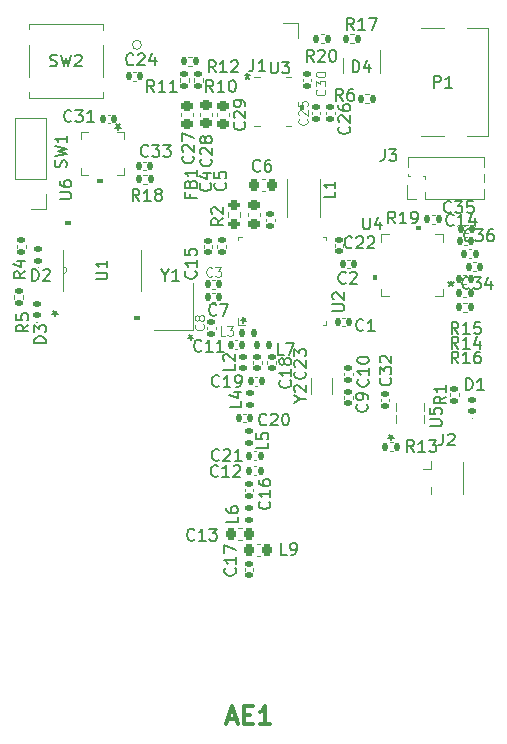
<source format=gto>
G04 #@! TF.GenerationSoftware,KiCad,Pcbnew,(6.0.8)*
G04 #@! TF.CreationDate,2022-11-18T11:01:35-05:00*
G04 #@! TF.ProjectId,Emrick,456d7269-636b-42e6-9b69-6361645f7063,2*
G04 #@! TF.SameCoordinates,Original*
G04 #@! TF.FileFunction,Legend,Top*
G04 #@! TF.FilePolarity,Positive*
%FSLAX46Y46*%
G04 Gerber Fmt 4.6, Leading zero omitted, Abs format (unit mm)*
G04 Created by KiCad (PCBNEW (6.0.8)) date 2022-11-18 11:01:35*
%MOMM*%
%LPD*%
G01*
G04 APERTURE LIST*
G04 Aperture macros list*
%AMRoundRect*
0 Rectangle with rounded corners*
0 $1 Rounding radius*
0 $2 $3 $4 $5 $6 $7 $8 $9 X,Y pos of 4 corners*
0 Add a 4 corners polygon primitive as box body*
4,1,4,$2,$3,$4,$5,$6,$7,$8,$9,$2,$3,0*
0 Add four circle primitives for the rounded corners*
1,1,$1+$1,$2,$3*
1,1,$1+$1,$4,$5*
1,1,$1+$1,$6,$7*
1,1,$1+$1,$8,$9*
0 Add four rect primitives between the rounded corners*
20,1,$1+$1,$2,$3,$4,$5,0*
20,1,$1+$1,$4,$5,$6,$7,0*
20,1,$1+$1,$6,$7,$8,$9,0*
20,1,$1+$1,$8,$9,$2,$3,0*%
G04 Aperture macros list end*
%ADD10C,0.150000*%
%ADD11C,0.120000*%
%ADD12C,0.110000*%
%ADD13C,0.300000*%
%ADD14C,0.100000*%
%ADD15RoundRect,0.225000X-0.225000X-0.250000X0.225000X-0.250000X0.225000X0.250000X-0.225000X0.250000X0*%
%ADD16RoundRect,0.225000X-0.250000X0.225000X-0.250000X-0.225000X0.250000X-0.225000X0.250000X0.225000X0*%
%ADD17RoundRect,0.225000X0.225000X0.250000X-0.225000X0.250000X-0.225000X-0.250000X0.225000X-0.250000X0*%
%ADD18RoundRect,0.140000X0.140000X0.170000X-0.140000X0.170000X-0.140000X-0.170000X0.140000X-0.170000X0*%
%ADD19RoundRect,0.140000X0.170000X-0.140000X0.170000X0.140000X-0.170000X0.140000X-0.170000X-0.140000X0*%
%ADD20RoundRect,0.140000X-0.140000X-0.170000X0.140000X-0.170000X0.140000X0.170000X-0.140000X0.170000X0*%
%ADD21R,1.200000X1.400000*%
%ADD22RoundRect,0.135000X0.185000X-0.135000X0.185000X0.135000X-0.185000X0.135000X-0.185000X-0.135000X0*%
%ADD23RoundRect,0.135000X0.135000X0.185000X-0.135000X0.185000X-0.135000X-0.185000X0.135000X-0.185000X0*%
%ADD24R,2.750000X1.000000*%
%ADD25R,2.000000X1.200000*%
%ADD26RoundRect,0.147500X-0.172500X0.147500X-0.172500X-0.147500X0.172500X-0.147500X0.172500X0.147500X0*%
%ADD27RoundRect,0.140000X-0.170000X0.140000X-0.170000X-0.140000X0.170000X-0.140000X0.170000X0.140000X0*%
%ADD28R,1.000000X0.700000*%
%ADD29R,0.600000X0.700000*%
%ADD30RoundRect,0.147500X0.172500X-0.147500X0.172500X0.147500X-0.172500X0.147500X-0.172500X-0.147500X0*%
%ADD31R,0.965200X0.254000*%
%ADD32R,0.254000X0.965200*%
%ADD33R,3.352800X3.352800*%
%ADD34R,0.355600X1.676400*%
%ADD35R,0.280000X0.850000*%
%ADD36R,0.850000X0.280000*%
%ADD37C,0.508000*%
%ADD38O,0.240000X0.599999*%
%ADD39O,0.599999X0.240000*%
%ADD40R,5.150000X5.150000*%
%ADD41C,0.499999*%
%ADD42R,1.800000X1.000000*%
%ADD43R,1.000000X1.000000*%
%ADD44O,1.000000X1.000000*%
%ADD45R,1.700000X1.700000*%
%ADD46O,1.700000X1.700000*%
%ADD47R,1.050000X1.000000*%
%ADD48R,2.200000X1.050000*%
%ADD49RoundRect,0.225000X0.250000X-0.225000X0.250000X0.225000X-0.250000X0.225000X-0.250000X-0.225000X0*%
%ADD50C,0.650000*%
%ADD51R,1.150000X0.300000*%
%ADD52O,1.600000X1.000000*%
%ADD53O,2.100000X1.000000*%
%ADD54RoundRect,0.135000X-0.135000X-0.185000X0.135000X-0.185000X0.135000X0.185000X-0.135000X0.185000X0*%
%ADD55R,0.820000X0.280000*%
%ADD56R,0.254000X0.812800*%
%ADD57R,1.701800X0.304800*%
%ADD58RoundRect,0.147500X-0.147500X-0.172500X0.147500X-0.172500X0.147500X0.172500X-0.147500X0.172500X0*%
%ADD59RoundRect,0.200000X-0.275000X0.200000X-0.275000X-0.200000X0.275000X-0.200000X0.275000X0.200000X0*%
G04 APERTURE END LIST*
D10*
X102250000Y-22102380D02*
X102250000Y-22340476D01*
X102011904Y-22245238D02*
X102250000Y-22340476D01*
X102488095Y-22245238D01*
X102107142Y-22530952D02*
X102250000Y-22340476D01*
X102392857Y-22530952D01*
X97450000Y-44647619D02*
X97450000Y-44409523D01*
X97688095Y-44504761D02*
X97450000Y-44409523D01*
X97211904Y-44504761D01*
X97592857Y-44219047D02*
X97450000Y-44409523D01*
X97307142Y-44219047D01*
X91300000Y-26847619D02*
X91300000Y-26609523D01*
X91538095Y-26704761D02*
X91300000Y-26609523D01*
X91061904Y-26704761D01*
X91442857Y-26419047D02*
X91300000Y-26609523D01*
X91157142Y-26419047D01*
X114400000Y-53147619D02*
X114400000Y-52909523D01*
X114638095Y-53004761D02*
X114400000Y-52909523D01*
X114161904Y-53004761D01*
X114542857Y-52719047D02*
X114400000Y-52909523D01*
X114257142Y-52719047D01*
X85950000Y-42647619D02*
X85950000Y-42409523D01*
X86188095Y-42504761D02*
X85950000Y-42409523D01*
X85711904Y-42504761D01*
X86092857Y-42219047D02*
X85950000Y-42409523D01*
X85807142Y-42219047D01*
X105583333Y-62852380D02*
X105107142Y-62852380D01*
X105107142Y-61852380D01*
X105964285Y-62852380D02*
X106154761Y-62852380D01*
X106250000Y-62804761D01*
X106297619Y-62757142D01*
X106392857Y-62614285D01*
X106440476Y-62423809D01*
X106440476Y-62042857D01*
X106392857Y-61947619D01*
X106345238Y-61900000D01*
X106250000Y-61852380D01*
X106059523Y-61852380D01*
X105964285Y-61900000D01*
X105916666Y-61947619D01*
X105869047Y-62042857D01*
X105869047Y-62280952D01*
X105916666Y-62376190D01*
X105964285Y-62423809D01*
X106059523Y-62471428D01*
X106250000Y-62471428D01*
X106345238Y-62423809D01*
X106392857Y-62376190D01*
X106440476Y-62280952D01*
X101987142Y-26242857D02*
X102034761Y-26290476D01*
X102082380Y-26433333D01*
X102082380Y-26528571D01*
X102034761Y-26671428D01*
X101939523Y-26766666D01*
X101844285Y-26814285D01*
X101653809Y-26861904D01*
X101510952Y-26861904D01*
X101320476Y-26814285D01*
X101225238Y-26766666D01*
X101130000Y-26671428D01*
X101082380Y-26528571D01*
X101082380Y-26433333D01*
X101130000Y-26290476D01*
X101177619Y-26242857D01*
X101177619Y-25861904D02*
X101130000Y-25814285D01*
X101082380Y-25719047D01*
X101082380Y-25480952D01*
X101130000Y-25385714D01*
X101177619Y-25338095D01*
X101272857Y-25290476D01*
X101368095Y-25290476D01*
X101510952Y-25338095D01*
X102082380Y-25909523D01*
X102082380Y-25290476D01*
X102082380Y-24814285D02*
X102082380Y-24623809D01*
X102034761Y-24528571D01*
X101987142Y-24480952D01*
X101844285Y-24385714D01*
X101653809Y-24338095D01*
X101272857Y-24338095D01*
X101177619Y-24385714D01*
X101130000Y-24433333D01*
X101082380Y-24528571D01*
X101082380Y-24719047D01*
X101130000Y-24814285D01*
X101177619Y-24861904D01*
X101272857Y-24909523D01*
X101510952Y-24909523D01*
X101606190Y-24861904D01*
X101653809Y-24814285D01*
X101701428Y-24719047D01*
X101701428Y-24528571D01*
X101653809Y-24433333D01*
X101606190Y-24385714D01*
X101510952Y-24338095D01*
X97757142Y-61557142D02*
X97709523Y-61604761D01*
X97566666Y-61652380D01*
X97471428Y-61652380D01*
X97328571Y-61604761D01*
X97233333Y-61509523D01*
X97185714Y-61414285D01*
X97138095Y-61223809D01*
X97138095Y-61080952D01*
X97185714Y-60890476D01*
X97233333Y-60795238D01*
X97328571Y-60700000D01*
X97471428Y-60652380D01*
X97566666Y-60652380D01*
X97709523Y-60700000D01*
X97757142Y-60747619D01*
X98709523Y-61652380D02*
X98138095Y-61652380D01*
X98423809Y-61652380D02*
X98423809Y-60652380D01*
X98328571Y-60795238D01*
X98233333Y-60890476D01*
X98138095Y-60938095D01*
X99042857Y-60652380D02*
X99661904Y-60652380D01*
X99328571Y-61033333D01*
X99471428Y-61033333D01*
X99566666Y-61080952D01*
X99614285Y-61128571D01*
X99661904Y-61223809D01*
X99661904Y-61461904D01*
X99614285Y-61557142D01*
X99566666Y-61604761D01*
X99471428Y-61652380D01*
X99185714Y-61652380D01*
X99090476Y-61604761D01*
X99042857Y-61557142D01*
X99757142Y-56157142D02*
X99709523Y-56204761D01*
X99566666Y-56252380D01*
X99471428Y-56252380D01*
X99328571Y-56204761D01*
X99233333Y-56109523D01*
X99185714Y-56014285D01*
X99138095Y-55823809D01*
X99138095Y-55680952D01*
X99185714Y-55490476D01*
X99233333Y-55395238D01*
X99328571Y-55300000D01*
X99471428Y-55252380D01*
X99566666Y-55252380D01*
X99709523Y-55300000D01*
X99757142Y-55347619D01*
X100709523Y-56252380D02*
X100138095Y-56252380D01*
X100423809Y-56252380D02*
X100423809Y-55252380D01*
X100328571Y-55395238D01*
X100233333Y-55490476D01*
X100138095Y-55538095D01*
X101090476Y-55347619D02*
X101138095Y-55300000D01*
X101233333Y-55252380D01*
X101471428Y-55252380D01*
X101566666Y-55300000D01*
X101614285Y-55347619D01*
X101661904Y-55442857D01*
X101661904Y-55538095D01*
X101614285Y-55680952D01*
X101042857Y-56252380D01*
X101661904Y-56252380D01*
X104107142Y-58342857D02*
X104154761Y-58390476D01*
X104202380Y-58533333D01*
X104202380Y-58628571D01*
X104154761Y-58771428D01*
X104059523Y-58866666D01*
X103964285Y-58914285D01*
X103773809Y-58961904D01*
X103630952Y-58961904D01*
X103440476Y-58914285D01*
X103345238Y-58866666D01*
X103250000Y-58771428D01*
X103202380Y-58628571D01*
X103202380Y-58533333D01*
X103250000Y-58390476D01*
X103297619Y-58342857D01*
X104202380Y-57390476D02*
X104202380Y-57961904D01*
X104202380Y-57676190D02*
X103202380Y-57676190D01*
X103345238Y-57771428D01*
X103440476Y-57866666D01*
X103488095Y-57961904D01*
X103202380Y-56533333D02*
X103202380Y-56723809D01*
X103250000Y-56819047D01*
X103297619Y-56866666D01*
X103440476Y-56961904D01*
X103630952Y-57009523D01*
X104011904Y-57009523D01*
X104107142Y-56961904D01*
X104154761Y-56914285D01*
X104202380Y-56819047D01*
X104202380Y-56628571D01*
X104154761Y-56533333D01*
X104107142Y-56485714D01*
X104011904Y-56438095D01*
X103773809Y-56438095D01*
X103678571Y-56485714D01*
X103630952Y-56533333D01*
X103583333Y-56628571D01*
X103583333Y-56819047D01*
X103630952Y-56914285D01*
X103678571Y-56961904D01*
X103773809Y-57009523D01*
X121207142Y-36207142D02*
X121159523Y-36254761D01*
X121016666Y-36302380D01*
X120921428Y-36302380D01*
X120778571Y-36254761D01*
X120683333Y-36159523D01*
X120635714Y-36064285D01*
X120588095Y-35873809D01*
X120588095Y-35730952D01*
X120635714Y-35540476D01*
X120683333Y-35445238D01*
X120778571Y-35350000D01*
X120921428Y-35302380D01*
X121016666Y-35302380D01*
X121159523Y-35350000D01*
X121207142Y-35397619D01*
X121540476Y-35302380D02*
X122159523Y-35302380D01*
X121826190Y-35683333D01*
X121969047Y-35683333D01*
X122064285Y-35730952D01*
X122111904Y-35778571D01*
X122159523Y-35873809D01*
X122159523Y-36111904D01*
X122111904Y-36207142D01*
X122064285Y-36254761D01*
X121969047Y-36302380D01*
X121683333Y-36302380D01*
X121588095Y-36254761D01*
X121540476Y-36207142D01*
X123016666Y-35302380D02*
X122826190Y-35302380D01*
X122730952Y-35350000D01*
X122683333Y-35397619D01*
X122588095Y-35540476D01*
X122540476Y-35730952D01*
X122540476Y-36111904D01*
X122588095Y-36207142D01*
X122635714Y-36254761D01*
X122730952Y-36302380D01*
X122921428Y-36302380D01*
X123016666Y-36254761D01*
X123064285Y-36207142D01*
X123111904Y-36111904D01*
X123111904Y-35873809D01*
X123064285Y-35778571D01*
X123016666Y-35730952D01*
X122921428Y-35683333D01*
X122730952Y-35683333D01*
X122635714Y-35730952D01*
X122588095Y-35778571D01*
X122540476Y-35873809D01*
X119507142Y-33807142D02*
X119459523Y-33854761D01*
X119316666Y-33902380D01*
X119221428Y-33902380D01*
X119078571Y-33854761D01*
X118983333Y-33759523D01*
X118935714Y-33664285D01*
X118888095Y-33473809D01*
X118888095Y-33330952D01*
X118935714Y-33140476D01*
X118983333Y-33045238D01*
X119078571Y-32950000D01*
X119221428Y-32902380D01*
X119316666Y-32902380D01*
X119459523Y-32950000D01*
X119507142Y-32997619D01*
X119840476Y-32902380D02*
X120459523Y-32902380D01*
X120126190Y-33283333D01*
X120269047Y-33283333D01*
X120364285Y-33330952D01*
X120411904Y-33378571D01*
X120459523Y-33473809D01*
X120459523Y-33711904D01*
X120411904Y-33807142D01*
X120364285Y-33854761D01*
X120269047Y-33902380D01*
X119983333Y-33902380D01*
X119888095Y-33854761D01*
X119840476Y-33807142D01*
X121364285Y-32902380D02*
X120888095Y-32902380D01*
X120840476Y-33378571D01*
X120888095Y-33330952D01*
X120983333Y-33283333D01*
X121221428Y-33283333D01*
X121316666Y-33330952D01*
X121364285Y-33378571D01*
X121411904Y-33473809D01*
X121411904Y-33711904D01*
X121364285Y-33807142D01*
X121316666Y-33854761D01*
X121221428Y-33902380D01*
X120983333Y-33902380D01*
X120888095Y-33854761D01*
X120840476Y-33807142D01*
X121057142Y-40257142D02*
X121009523Y-40304761D01*
X120866666Y-40352380D01*
X120771428Y-40352380D01*
X120628571Y-40304761D01*
X120533333Y-40209523D01*
X120485714Y-40114285D01*
X120438095Y-39923809D01*
X120438095Y-39780952D01*
X120485714Y-39590476D01*
X120533333Y-39495238D01*
X120628571Y-39400000D01*
X120771428Y-39352380D01*
X120866666Y-39352380D01*
X121009523Y-39400000D01*
X121057142Y-39447619D01*
X121390476Y-39352380D02*
X122009523Y-39352380D01*
X121676190Y-39733333D01*
X121819047Y-39733333D01*
X121914285Y-39780952D01*
X121961904Y-39828571D01*
X122009523Y-39923809D01*
X122009523Y-40161904D01*
X121961904Y-40257142D01*
X121914285Y-40304761D01*
X121819047Y-40352380D01*
X121533333Y-40352380D01*
X121438095Y-40304761D01*
X121390476Y-40257142D01*
X122866666Y-39685714D02*
X122866666Y-40352380D01*
X122628571Y-39304761D02*
X122390476Y-40019047D01*
X123009523Y-40019047D01*
X119707142Y-34907142D02*
X119659523Y-34954761D01*
X119516666Y-35002380D01*
X119421428Y-35002380D01*
X119278571Y-34954761D01*
X119183333Y-34859523D01*
X119135714Y-34764285D01*
X119088095Y-34573809D01*
X119088095Y-34430952D01*
X119135714Y-34240476D01*
X119183333Y-34145238D01*
X119278571Y-34050000D01*
X119421428Y-34002380D01*
X119516666Y-34002380D01*
X119659523Y-34050000D01*
X119707142Y-34097619D01*
X120659523Y-35002380D02*
X120088095Y-35002380D01*
X120373809Y-35002380D02*
X120373809Y-34002380D01*
X120278571Y-34145238D01*
X120183333Y-34240476D01*
X120088095Y-34288095D01*
X121516666Y-34335714D02*
X121516666Y-35002380D01*
X121278571Y-33954761D02*
X121040476Y-34669047D01*
X121659523Y-34669047D01*
X95273809Y-39176190D02*
X95273809Y-39652380D01*
X94940476Y-38652380D02*
X95273809Y-39176190D01*
X95607142Y-38652380D01*
X96464285Y-39652380D02*
X95892857Y-39652380D01*
X96178571Y-39652380D02*
X96178571Y-38652380D01*
X96083333Y-38795238D01*
X95988095Y-38890476D01*
X95892857Y-38938095D01*
X99357142Y-23652380D02*
X99023809Y-23176190D01*
X98785714Y-23652380D02*
X98785714Y-22652380D01*
X99166666Y-22652380D01*
X99261904Y-22700000D01*
X99309523Y-22747619D01*
X99357142Y-22842857D01*
X99357142Y-22985714D01*
X99309523Y-23080952D01*
X99261904Y-23128571D01*
X99166666Y-23176190D01*
X98785714Y-23176190D01*
X100309523Y-23652380D02*
X99738095Y-23652380D01*
X100023809Y-23652380D02*
X100023809Y-22652380D01*
X99928571Y-22795238D01*
X99833333Y-22890476D01*
X99738095Y-22938095D01*
X100928571Y-22652380D02*
X101023809Y-22652380D01*
X101119047Y-22700000D01*
X101166666Y-22747619D01*
X101214285Y-22842857D01*
X101261904Y-23033333D01*
X101261904Y-23271428D01*
X101214285Y-23461904D01*
X101166666Y-23557142D01*
X101119047Y-23604761D01*
X101023809Y-23652380D01*
X100928571Y-23652380D01*
X100833333Y-23604761D01*
X100785714Y-23557142D01*
X100738095Y-23461904D01*
X100690476Y-23271428D01*
X100690476Y-23033333D01*
X100738095Y-22842857D01*
X100785714Y-22747619D01*
X100833333Y-22700000D01*
X100928571Y-22652380D01*
X111257142Y-18402380D02*
X110923809Y-17926190D01*
X110685714Y-18402380D02*
X110685714Y-17402380D01*
X111066666Y-17402380D01*
X111161904Y-17450000D01*
X111209523Y-17497619D01*
X111257142Y-17592857D01*
X111257142Y-17735714D01*
X111209523Y-17830952D01*
X111161904Y-17878571D01*
X111066666Y-17926190D01*
X110685714Y-17926190D01*
X112209523Y-18402380D02*
X111638095Y-18402380D01*
X111923809Y-18402380D02*
X111923809Y-17402380D01*
X111828571Y-17545238D01*
X111733333Y-17640476D01*
X111638095Y-17688095D01*
X112542857Y-17402380D02*
X113209523Y-17402380D01*
X112780952Y-18402380D01*
X85566666Y-21459761D02*
X85709523Y-21507380D01*
X85947619Y-21507380D01*
X86042857Y-21459761D01*
X86090476Y-21412142D01*
X86138095Y-21316904D01*
X86138095Y-21221666D01*
X86090476Y-21126428D01*
X86042857Y-21078809D01*
X85947619Y-21031190D01*
X85757142Y-20983571D01*
X85661904Y-20935952D01*
X85614285Y-20888333D01*
X85566666Y-20793095D01*
X85566666Y-20697857D01*
X85614285Y-20602619D01*
X85661904Y-20555000D01*
X85757142Y-20507380D01*
X85995238Y-20507380D01*
X86138095Y-20555000D01*
X86471428Y-20507380D02*
X86709523Y-21507380D01*
X86900000Y-20793095D01*
X87090476Y-21507380D01*
X87328571Y-20507380D01*
X87661904Y-20602619D02*
X87709523Y-20555000D01*
X87804761Y-20507380D01*
X88042857Y-20507380D01*
X88138095Y-20555000D01*
X88185714Y-20602619D01*
X88233333Y-20697857D01*
X88233333Y-20793095D01*
X88185714Y-20935952D01*
X87614285Y-21507380D01*
X88233333Y-21507380D01*
X109702380Y-32116666D02*
X109702380Y-32592857D01*
X108702380Y-32592857D01*
X109702380Y-31259523D02*
X109702380Y-31830952D01*
X109702380Y-31545238D02*
X108702380Y-31545238D01*
X108845238Y-31640476D01*
X108940476Y-31735714D01*
X108988095Y-31830952D01*
X110857142Y-26592857D02*
X110904761Y-26640476D01*
X110952380Y-26783333D01*
X110952380Y-26878571D01*
X110904761Y-27021428D01*
X110809523Y-27116666D01*
X110714285Y-27164285D01*
X110523809Y-27211904D01*
X110380952Y-27211904D01*
X110190476Y-27164285D01*
X110095238Y-27116666D01*
X110000000Y-27021428D01*
X109952380Y-26878571D01*
X109952380Y-26783333D01*
X110000000Y-26640476D01*
X110047619Y-26592857D01*
X110047619Y-26211904D02*
X110000000Y-26164285D01*
X109952380Y-26069047D01*
X109952380Y-25830952D01*
X110000000Y-25735714D01*
X110047619Y-25688095D01*
X110142857Y-25640476D01*
X110238095Y-25640476D01*
X110380952Y-25688095D01*
X110952380Y-26259523D01*
X110952380Y-25640476D01*
X109952380Y-24783333D02*
X109952380Y-24973809D01*
X110000000Y-25069047D01*
X110047619Y-25116666D01*
X110190476Y-25211904D01*
X110380952Y-25259523D01*
X110761904Y-25259523D01*
X110857142Y-25211904D01*
X110904761Y-25164285D01*
X110952380Y-25069047D01*
X110952380Y-24878571D01*
X110904761Y-24783333D01*
X110857142Y-24735714D01*
X110761904Y-24688095D01*
X110523809Y-24688095D01*
X110428571Y-24735714D01*
X110380952Y-24783333D01*
X110333333Y-24878571D01*
X110333333Y-25069047D01*
X110380952Y-25164285D01*
X110428571Y-25211904D01*
X110523809Y-25259523D01*
X104022380Y-53366666D02*
X104022380Y-53842857D01*
X103022380Y-53842857D01*
X103022380Y-52557142D02*
X103022380Y-53033333D01*
X103498571Y-53080952D01*
X103450952Y-53033333D01*
X103403333Y-52938095D01*
X103403333Y-52700000D01*
X103450952Y-52604761D01*
X103498571Y-52557142D01*
X103593809Y-52509523D01*
X103831904Y-52509523D01*
X103927142Y-52557142D01*
X103974761Y-52604761D01*
X104022380Y-52700000D01*
X104022380Y-52938095D01*
X103974761Y-53033333D01*
X103927142Y-53080952D01*
X101202380Y-46716666D02*
X101202380Y-47192857D01*
X100202380Y-47192857D01*
X100297619Y-46430952D02*
X100250000Y-46383333D01*
X100202380Y-46288095D01*
X100202380Y-46050000D01*
X100250000Y-45954761D01*
X100297619Y-45907142D01*
X100392857Y-45859523D01*
X100488095Y-45859523D01*
X100630952Y-45907142D01*
X101202380Y-46478571D01*
X101202380Y-45859523D01*
D11*
X99266666Y-39235714D02*
X99228571Y-39273809D01*
X99114285Y-39311904D01*
X99038095Y-39311904D01*
X98923809Y-39273809D01*
X98847619Y-39197619D01*
X98809523Y-39121428D01*
X98771428Y-38969047D01*
X98771428Y-38854761D01*
X98809523Y-38702380D01*
X98847619Y-38626190D01*
X98923809Y-38550000D01*
X99038095Y-38511904D01*
X99114285Y-38511904D01*
X99228571Y-38550000D01*
X99266666Y-38588095D01*
X99533333Y-38511904D02*
X100028571Y-38511904D01*
X99761904Y-38816666D01*
X99876190Y-38816666D01*
X99952380Y-38854761D01*
X99990476Y-38892857D01*
X100028571Y-38969047D01*
X100028571Y-39159523D01*
X99990476Y-39235714D01*
X99952380Y-39273809D01*
X99876190Y-39311904D01*
X99647619Y-39311904D01*
X99571428Y-39273809D01*
X99533333Y-39235714D01*
D12*
X98535714Y-43333333D02*
X98573809Y-43371428D01*
X98611904Y-43485714D01*
X98611904Y-43561904D01*
X98573809Y-43676190D01*
X98497619Y-43752380D01*
X98421428Y-43790476D01*
X98269047Y-43828571D01*
X98154761Y-43828571D01*
X98002380Y-43790476D01*
X97926190Y-43752380D01*
X97850000Y-43676190D01*
X97811904Y-43561904D01*
X97811904Y-43485714D01*
X97850000Y-43371428D01*
X97888095Y-43333333D01*
X98154761Y-42876190D02*
X98116666Y-42952380D01*
X98078571Y-42990476D01*
X98002380Y-43028571D01*
X97964285Y-43028571D01*
X97888095Y-42990476D01*
X97850000Y-42952380D01*
X97811904Y-42876190D01*
X97811904Y-42723809D01*
X97850000Y-42647619D01*
X97888095Y-42609523D01*
X97964285Y-42571428D01*
X98002380Y-42571428D01*
X98078571Y-42609523D01*
X98116666Y-42647619D01*
X98154761Y-42723809D01*
X98154761Y-42876190D01*
X98192857Y-42952380D01*
X98230952Y-42990476D01*
X98307142Y-43028571D01*
X98459523Y-43028571D01*
X98535714Y-42990476D01*
X98573809Y-42952380D01*
X98611904Y-42876190D01*
X98611904Y-42723809D01*
X98573809Y-42647619D01*
X98535714Y-42609523D01*
X98459523Y-42571428D01*
X98307142Y-42571428D01*
X98230952Y-42609523D01*
X98192857Y-42647619D01*
X98154761Y-42723809D01*
D10*
X112083333Y-43807142D02*
X112035714Y-43854761D01*
X111892857Y-43902380D01*
X111797619Y-43902380D01*
X111654761Y-43854761D01*
X111559523Y-43759523D01*
X111511904Y-43664285D01*
X111464285Y-43473809D01*
X111464285Y-43330952D01*
X111511904Y-43140476D01*
X111559523Y-43045238D01*
X111654761Y-42950000D01*
X111797619Y-42902380D01*
X111892857Y-42902380D01*
X112035714Y-42950000D01*
X112083333Y-42997619D01*
X113035714Y-43902380D02*
X112464285Y-43902380D01*
X112750000Y-43902380D02*
X112750000Y-42902380D01*
X112654761Y-43045238D01*
X112559523Y-43140476D01*
X112464285Y-43188095D01*
X100202380Y-34366666D02*
X99726190Y-34700000D01*
X100202380Y-34938095D02*
X99202380Y-34938095D01*
X99202380Y-34557142D01*
X99250000Y-34461904D01*
X99297619Y-34414285D01*
X99392857Y-34366666D01*
X99535714Y-34366666D01*
X99630952Y-34414285D01*
X99678571Y-34461904D01*
X99726190Y-34557142D01*
X99726190Y-34938095D01*
X99297619Y-33985714D02*
X99250000Y-33938095D01*
X99202380Y-33842857D01*
X99202380Y-33604761D01*
X99250000Y-33509523D01*
X99297619Y-33461904D01*
X99392857Y-33414285D01*
X99488095Y-33414285D01*
X99630952Y-33461904D01*
X100202380Y-34033333D01*
X100202380Y-33414285D01*
X93857142Y-29057142D02*
X93809523Y-29104761D01*
X93666666Y-29152380D01*
X93571428Y-29152380D01*
X93428571Y-29104761D01*
X93333333Y-29009523D01*
X93285714Y-28914285D01*
X93238095Y-28723809D01*
X93238095Y-28580952D01*
X93285714Y-28390476D01*
X93333333Y-28295238D01*
X93428571Y-28200000D01*
X93571428Y-28152380D01*
X93666666Y-28152380D01*
X93809523Y-28200000D01*
X93857142Y-28247619D01*
X94190476Y-28152380D02*
X94809523Y-28152380D01*
X94476190Y-28533333D01*
X94619047Y-28533333D01*
X94714285Y-28580952D01*
X94761904Y-28628571D01*
X94809523Y-28723809D01*
X94809523Y-28961904D01*
X94761904Y-29057142D01*
X94714285Y-29104761D01*
X94619047Y-29152380D01*
X94333333Y-29152380D01*
X94238095Y-29104761D01*
X94190476Y-29057142D01*
X95142857Y-28152380D02*
X95761904Y-28152380D01*
X95428571Y-28533333D01*
X95571428Y-28533333D01*
X95666666Y-28580952D01*
X95714285Y-28628571D01*
X95761904Y-28723809D01*
X95761904Y-28961904D01*
X95714285Y-29057142D01*
X95666666Y-29104761D01*
X95571428Y-29152380D01*
X95285714Y-29152380D01*
X95190476Y-29104761D01*
X95142857Y-29057142D01*
X120107142Y-44152380D02*
X119773809Y-43676190D01*
X119535714Y-44152380D02*
X119535714Y-43152380D01*
X119916666Y-43152380D01*
X120011904Y-43200000D01*
X120059523Y-43247619D01*
X120107142Y-43342857D01*
X120107142Y-43485714D01*
X120059523Y-43580952D01*
X120011904Y-43628571D01*
X119916666Y-43676190D01*
X119535714Y-43676190D01*
X121059523Y-44152380D02*
X120488095Y-44152380D01*
X120773809Y-44152380D02*
X120773809Y-43152380D01*
X120678571Y-43295238D01*
X120583333Y-43390476D01*
X120488095Y-43438095D01*
X121964285Y-43152380D02*
X121488095Y-43152380D01*
X121440476Y-43628571D01*
X121488095Y-43580952D01*
X121583333Y-43533333D01*
X121821428Y-43533333D01*
X121916666Y-43580952D01*
X121964285Y-43628571D01*
X122011904Y-43723809D01*
X122011904Y-43961904D01*
X121964285Y-44057142D01*
X121916666Y-44104761D01*
X121821428Y-44152380D01*
X121583333Y-44152380D01*
X121488095Y-44104761D01*
X121440476Y-44057142D01*
X111161904Y-22002380D02*
X111161904Y-21002380D01*
X111400000Y-21002380D01*
X111542857Y-21050000D01*
X111638095Y-21145238D01*
X111685714Y-21240476D01*
X111733333Y-21430952D01*
X111733333Y-21573809D01*
X111685714Y-21764285D01*
X111638095Y-21859523D01*
X111542857Y-21954761D01*
X111400000Y-22002380D01*
X111161904Y-22002380D01*
X112590476Y-21335714D02*
X112590476Y-22002380D01*
X112352380Y-20954761D02*
X112114285Y-21669047D01*
X112733333Y-21669047D01*
X83452380Y-38866666D02*
X82976190Y-39200000D01*
X83452380Y-39438095D02*
X82452380Y-39438095D01*
X82452380Y-39057142D01*
X82500000Y-38961904D01*
X82547619Y-38914285D01*
X82642857Y-38866666D01*
X82785714Y-38866666D01*
X82880952Y-38914285D01*
X82928571Y-38961904D01*
X82976190Y-39057142D01*
X82976190Y-39438095D01*
X82785714Y-38009523D02*
X83452380Y-38009523D01*
X82404761Y-38247619D02*
X83119047Y-38485714D01*
X83119047Y-37866666D01*
X92607142Y-21307142D02*
X92559523Y-21354761D01*
X92416666Y-21402380D01*
X92321428Y-21402380D01*
X92178571Y-21354761D01*
X92083333Y-21259523D01*
X92035714Y-21164285D01*
X91988095Y-20973809D01*
X91988095Y-20830952D01*
X92035714Y-20640476D01*
X92083333Y-20545238D01*
X92178571Y-20450000D01*
X92321428Y-20402380D01*
X92416666Y-20402380D01*
X92559523Y-20450000D01*
X92607142Y-20497619D01*
X92988095Y-20497619D02*
X93035714Y-20450000D01*
X93130952Y-20402380D01*
X93369047Y-20402380D01*
X93464285Y-20450000D01*
X93511904Y-20497619D01*
X93559523Y-20592857D01*
X93559523Y-20688095D01*
X93511904Y-20830952D01*
X92940476Y-21402380D01*
X93559523Y-21402380D01*
X94416666Y-20735714D02*
X94416666Y-21402380D01*
X94178571Y-20354761D02*
X93940476Y-21069047D01*
X94559523Y-21069047D01*
X99557142Y-22002380D02*
X99223809Y-21526190D01*
X98985714Y-22002380D02*
X98985714Y-21002380D01*
X99366666Y-21002380D01*
X99461904Y-21050000D01*
X99509523Y-21097619D01*
X99557142Y-21192857D01*
X99557142Y-21335714D01*
X99509523Y-21430952D01*
X99461904Y-21478571D01*
X99366666Y-21526190D01*
X98985714Y-21526190D01*
X100509523Y-22002380D02*
X99938095Y-22002380D01*
X100223809Y-22002380D02*
X100223809Y-21002380D01*
X100128571Y-21145238D01*
X100033333Y-21240476D01*
X99938095Y-21288095D01*
X100890476Y-21097619D02*
X100938095Y-21050000D01*
X101033333Y-21002380D01*
X101271428Y-21002380D01*
X101366666Y-21050000D01*
X101414285Y-21097619D01*
X101461904Y-21192857D01*
X101461904Y-21288095D01*
X101414285Y-21430952D01*
X100842857Y-22002380D01*
X101461904Y-22002380D01*
X120761904Y-48902380D02*
X120761904Y-47902380D01*
X121000000Y-47902380D01*
X121142857Y-47950000D01*
X121238095Y-48045238D01*
X121285714Y-48140476D01*
X121333333Y-48330952D01*
X121333333Y-48473809D01*
X121285714Y-48664285D01*
X121238095Y-48759523D01*
X121142857Y-48854761D01*
X121000000Y-48902380D01*
X120761904Y-48902380D01*
X122285714Y-48902380D02*
X121714285Y-48902380D01*
X122000000Y-48902380D02*
X122000000Y-47902380D01*
X121904761Y-48045238D01*
X121809523Y-48140476D01*
X121714285Y-48188095D01*
X105857142Y-48092857D02*
X105904761Y-48140476D01*
X105952380Y-48283333D01*
X105952380Y-48378571D01*
X105904761Y-48521428D01*
X105809523Y-48616666D01*
X105714285Y-48664285D01*
X105523809Y-48711904D01*
X105380952Y-48711904D01*
X105190476Y-48664285D01*
X105095238Y-48616666D01*
X105000000Y-48521428D01*
X104952380Y-48378571D01*
X104952380Y-48283333D01*
X105000000Y-48140476D01*
X105047619Y-48092857D01*
X105952380Y-47140476D02*
X105952380Y-47711904D01*
X105952380Y-47426190D02*
X104952380Y-47426190D01*
X105095238Y-47521428D01*
X105190476Y-47616666D01*
X105238095Y-47711904D01*
X105380952Y-46569047D02*
X105333333Y-46664285D01*
X105285714Y-46711904D01*
X105190476Y-46759523D01*
X105142857Y-46759523D01*
X105047619Y-46711904D01*
X105000000Y-46664285D01*
X104952380Y-46569047D01*
X104952380Y-46378571D01*
X105000000Y-46283333D01*
X105047619Y-46235714D01*
X105142857Y-46188095D01*
X105190476Y-46188095D01*
X105285714Y-46235714D01*
X105333333Y-46283333D01*
X105380952Y-46378571D01*
X105380952Y-46569047D01*
X105428571Y-46664285D01*
X105476190Y-46711904D01*
X105571428Y-46759523D01*
X105761904Y-46759523D01*
X105857142Y-46711904D01*
X105904761Y-46664285D01*
X105952380Y-46569047D01*
X105952380Y-46378571D01*
X105904761Y-46283333D01*
X105857142Y-46235714D01*
X105761904Y-46188095D01*
X105571428Y-46188095D01*
X105476190Y-46235714D01*
X105428571Y-46283333D01*
X105380952Y-46378571D01*
D13*
X100622000Y-76786500D02*
X101347714Y-76786500D01*
X100476857Y-77221928D02*
X100984857Y-75697928D01*
X101492857Y-77221928D01*
X102000857Y-76423642D02*
X102508857Y-76423642D01*
X102726571Y-77221928D02*
X102000857Y-77221928D01*
X102000857Y-75697928D01*
X102726571Y-75697928D01*
X104178000Y-77221928D02*
X103307142Y-77221928D01*
X103742571Y-77221928D02*
X103742571Y-75697928D01*
X103597428Y-75915642D01*
X103452285Y-76060785D01*
X103307142Y-76133357D01*
D10*
X112038095Y-34302380D02*
X112038095Y-35111904D01*
X112085714Y-35207142D01*
X112133333Y-35254761D01*
X112228571Y-35302380D01*
X112419047Y-35302380D01*
X112514285Y-35254761D01*
X112561904Y-35207142D01*
X112609523Y-35111904D01*
X112609523Y-34302380D01*
X113514285Y-34635714D02*
X113514285Y-35302380D01*
X113276190Y-34254761D02*
X113038095Y-34969047D01*
X113657142Y-34969047D01*
X119500000Y-39652380D02*
X119500000Y-39890476D01*
X119261904Y-39795238D02*
X119500000Y-39890476D01*
X119738095Y-39795238D01*
X119357142Y-40080952D02*
X119500000Y-39890476D01*
X119642857Y-40080952D01*
X114757142Y-34802380D02*
X114423809Y-34326190D01*
X114185714Y-34802380D02*
X114185714Y-33802380D01*
X114566666Y-33802380D01*
X114661904Y-33850000D01*
X114709523Y-33897619D01*
X114757142Y-33992857D01*
X114757142Y-34135714D01*
X114709523Y-34230952D01*
X114661904Y-34278571D01*
X114566666Y-34326190D01*
X114185714Y-34326190D01*
X115709523Y-34802380D02*
X115138095Y-34802380D01*
X115423809Y-34802380D02*
X115423809Y-33802380D01*
X115328571Y-33945238D01*
X115233333Y-34040476D01*
X115138095Y-34088095D01*
X116185714Y-34802380D02*
X116376190Y-34802380D01*
X116471428Y-34754761D01*
X116519047Y-34707142D01*
X116614285Y-34564285D01*
X116661904Y-34373809D01*
X116661904Y-33992857D01*
X116614285Y-33897619D01*
X116566666Y-33850000D01*
X116471428Y-33802380D01*
X116280952Y-33802380D01*
X116185714Y-33850000D01*
X116138095Y-33897619D01*
X116090476Y-33992857D01*
X116090476Y-34230952D01*
X116138095Y-34326190D01*
X116185714Y-34373809D01*
X116280952Y-34421428D01*
X116471428Y-34421428D01*
X116566666Y-34373809D01*
X116614285Y-34326190D01*
X116661904Y-34230952D01*
X89404880Y-39526154D02*
X90214404Y-39526154D01*
X90309642Y-39478535D01*
X90357261Y-39430916D01*
X90404880Y-39335678D01*
X90404880Y-39145202D01*
X90357261Y-39049964D01*
X90309642Y-39002345D01*
X90214404Y-38954726D01*
X89404880Y-38954726D01*
X90404880Y-37954726D02*
X90404880Y-38526154D01*
X90404880Y-38240440D02*
X89404880Y-38240440D01*
X89547738Y-38335678D01*
X89642976Y-38430916D01*
X89690595Y-38526154D01*
X86352380Y-32711904D02*
X87161904Y-32711904D01*
X87257142Y-32664285D01*
X87304761Y-32616666D01*
X87352380Y-32521428D01*
X87352380Y-32330952D01*
X87304761Y-32235714D01*
X87257142Y-32188095D01*
X87161904Y-32140476D01*
X86352380Y-32140476D01*
X86352380Y-31235714D02*
X86352380Y-31426190D01*
X86400000Y-31521428D01*
X86447619Y-31569047D01*
X86590476Y-31664285D01*
X86780952Y-31711904D01*
X87161904Y-31711904D01*
X87257142Y-31664285D01*
X87304761Y-31616666D01*
X87352380Y-31521428D01*
X87352380Y-31330952D01*
X87304761Y-31235714D01*
X87257142Y-31188095D01*
X87161904Y-31140476D01*
X86923809Y-31140476D01*
X86828571Y-31188095D01*
X86780952Y-31235714D01*
X86733333Y-31330952D01*
X86733333Y-31521428D01*
X86780952Y-31616666D01*
X86828571Y-31664285D01*
X86923809Y-31711904D01*
X100357142Y-31366666D02*
X100404761Y-31414285D01*
X100452380Y-31557142D01*
X100452380Y-31652380D01*
X100404761Y-31795238D01*
X100309523Y-31890476D01*
X100214285Y-31938095D01*
X100023809Y-31985714D01*
X99880952Y-31985714D01*
X99690476Y-31938095D01*
X99595238Y-31890476D01*
X99500000Y-31795238D01*
X99452380Y-31652380D01*
X99452380Y-31557142D01*
X99500000Y-31414285D01*
X99547619Y-31366666D01*
X99452380Y-30461904D02*
X99452380Y-30938095D01*
X99928571Y-30985714D01*
X99880952Y-30938095D01*
X99833333Y-30842857D01*
X99833333Y-30604761D01*
X99880952Y-30509523D01*
X99928571Y-30461904D01*
X100023809Y-30414285D01*
X100261904Y-30414285D01*
X100357142Y-30461904D01*
X100404761Y-30509523D01*
X100452380Y-30604761D01*
X100452380Y-30842857D01*
X100404761Y-30938095D01*
X100357142Y-30985714D01*
X99159642Y-29342857D02*
X99207261Y-29390476D01*
X99254880Y-29533333D01*
X99254880Y-29628571D01*
X99207261Y-29771428D01*
X99112023Y-29866666D01*
X99016785Y-29914285D01*
X98826309Y-29961904D01*
X98683452Y-29961904D01*
X98492976Y-29914285D01*
X98397738Y-29866666D01*
X98302500Y-29771428D01*
X98254880Y-29628571D01*
X98254880Y-29533333D01*
X98302500Y-29390476D01*
X98350119Y-29342857D01*
X98350119Y-28961904D02*
X98302500Y-28914285D01*
X98254880Y-28819047D01*
X98254880Y-28580952D01*
X98302500Y-28485714D01*
X98350119Y-28438095D01*
X98445357Y-28390476D01*
X98540595Y-28390476D01*
X98683452Y-28438095D01*
X99254880Y-29009523D01*
X99254880Y-28390476D01*
X98683452Y-27819047D02*
X98635833Y-27914285D01*
X98588214Y-27961904D01*
X98492976Y-28009523D01*
X98445357Y-28009523D01*
X98350119Y-27961904D01*
X98302500Y-27914285D01*
X98254880Y-27819047D01*
X98254880Y-27628571D01*
X98302500Y-27533333D01*
X98350119Y-27485714D01*
X98445357Y-27438095D01*
X98492976Y-27438095D01*
X98588214Y-27485714D01*
X98635833Y-27533333D01*
X98683452Y-27628571D01*
X98683452Y-27819047D01*
X98731071Y-27914285D01*
X98778690Y-27961904D01*
X98873928Y-28009523D01*
X99064404Y-28009523D01*
X99159642Y-27961904D01*
X99207261Y-27914285D01*
X99254880Y-27819047D01*
X99254880Y-27628571D01*
X99207261Y-27533333D01*
X99159642Y-27485714D01*
X99064404Y-27438095D01*
X98873928Y-27438095D01*
X98778690Y-27485714D01*
X98731071Y-27533333D01*
X98683452Y-27628571D01*
X87357142Y-26107142D02*
X87309523Y-26154761D01*
X87166666Y-26202380D01*
X87071428Y-26202380D01*
X86928571Y-26154761D01*
X86833333Y-26059523D01*
X86785714Y-25964285D01*
X86738095Y-25773809D01*
X86738095Y-25630952D01*
X86785714Y-25440476D01*
X86833333Y-25345238D01*
X86928571Y-25250000D01*
X87071428Y-25202380D01*
X87166666Y-25202380D01*
X87309523Y-25250000D01*
X87357142Y-25297619D01*
X87690476Y-25202380D02*
X88309523Y-25202380D01*
X87976190Y-25583333D01*
X88119047Y-25583333D01*
X88214285Y-25630952D01*
X88261904Y-25678571D01*
X88309523Y-25773809D01*
X88309523Y-26011904D01*
X88261904Y-26107142D01*
X88214285Y-26154761D01*
X88119047Y-26202380D01*
X87833333Y-26202380D01*
X87738095Y-26154761D01*
X87690476Y-26107142D01*
X89261904Y-26202380D02*
X88690476Y-26202380D01*
X88976190Y-26202380D02*
X88976190Y-25202380D01*
X88880952Y-25345238D01*
X88785714Y-25440476D01*
X88690476Y-25488095D01*
D11*
X107285714Y-25964285D02*
X107323809Y-26002380D01*
X107361904Y-26116666D01*
X107361904Y-26192857D01*
X107323809Y-26307142D01*
X107247619Y-26383333D01*
X107171428Y-26421428D01*
X107019047Y-26459523D01*
X106904761Y-26459523D01*
X106752380Y-26421428D01*
X106676190Y-26383333D01*
X106600000Y-26307142D01*
X106561904Y-26192857D01*
X106561904Y-26116666D01*
X106600000Y-26002380D01*
X106638095Y-25964285D01*
X106638095Y-25659523D02*
X106600000Y-25621428D01*
X106561904Y-25545238D01*
X106561904Y-25354761D01*
X106600000Y-25278571D01*
X106638095Y-25240476D01*
X106714285Y-25202380D01*
X106790476Y-25202380D01*
X106904761Y-25240476D01*
X107361904Y-25697619D01*
X107361904Y-25202380D01*
X106561904Y-24478571D02*
X106561904Y-24859523D01*
X106942857Y-24897619D01*
X106904761Y-24859523D01*
X106866666Y-24783333D01*
X106866666Y-24592857D01*
X106904761Y-24516666D01*
X106942857Y-24478571D01*
X107019047Y-24440476D01*
X107209523Y-24440476D01*
X107285714Y-24478571D01*
X107323809Y-24516666D01*
X107361904Y-24592857D01*
X107361904Y-24783333D01*
X107323809Y-24859523D01*
X107285714Y-24897619D01*
D10*
X97857142Y-38842857D02*
X97904761Y-38890476D01*
X97952380Y-39033333D01*
X97952380Y-39128571D01*
X97904761Y-39271428D01*
X97809523Y-39366666D01*
X97714285Y-39414285D01*
X97523809Y-39461904D01*
X97380952Y-39461904D01*
X97190476Y-39414285D01*
X97095238Y-39366666D01*
X97000000Y-39271428D01*
X96952380Y-39128571D01*
X96952380Y-39033333D01*
X97000000Y-38890476D01*
X97047619Y-38842857D01*
X97952380Y-37890476D02*
X97952380Y-38461904D01*
X97952380Y-38176190D02*
X96952380Y-38176190D01*
X97095238Y-38271428D01*
X97190476Y-38366666D01*
X97238095Y-38461904D01*
X96952380Y-36985714D02*
X96952380Y-37461904D01*
X97428571Y-37509523D01*
X97380952Y-37461904D01*
X97333333Y-37366666D01*
X97333333Y-37128571D01*
X97380952Y-37033333D01*
X97428571Y-36985714D01*
X97523809Y-36938095D01*
X97761904Y-36938095D01*
X97857142Y-36985714D01*
X97904761Y-37033333D01*
X97952380Y-37128571D01*
X97952380Y-37366666D01*
X97904761Y-37461904D01*
X97857142Y-37509523D01*
X110583333Y-39807142D02*
X110535714Y-39854761D01*
X110392857Y-39902380D01*
X110297619Y-39902380D01*
X110154761Y-39854761D01*
X110059523Y-39759523D01*
X110011904Y-39664285D01*
X109964285Y-39473809D01*
X109964285Y-39330952D01*
X110011904Y-39140476D01*
X110059523Y-39045238D01*
X110154761Y-38950000D01*
X110297619Y-38902380D01*
X110392857Y-38902380D01*
X110535714Y-38950000D01*
X110583333Y-38997619D01*
X110964285Y-38997619D02*
X111011904Y-38950000D01*
X111107142Y-38902380D01*
X111345238Y-38902380D01*
X111440476Y-38950000D01*
X111488095Y-38997619D01*
X111535714Y-39092857D01*
X111535714Y-39188095D01*
X111488095Y-39330952D01*
X110916666Y-39902380D01*
X111535714Y-39902380D01*
X98357142Y-45557142D02*
X98309523Y-45604761D01*
X98166666Y-45652380D01*
X98071428Y-45652380D01*
X97928571Y-45604761D01*
X97833333Y-45509523D01*
X97785714Y-45414285D01*
X97738095Y-45223809D01*
X97738095Y-45080952D01*
X97785714Y-44890476D01*
X97833333Y-44795238D01*
X97928571Y-44700000D01*
X98071428Y-44652380D01*
X98166666Y-44652380D01*
X98309523Y-44700000D01*
X98357142Y-44747619D01*
X99309523Y-45652380D02*
X98738095Y-45652380D01*
X99023809Y-45652380D02*
X99023809Y-44652380D01*
X98928571Y-44795238D01*
X98833333Y-44890476D01*
X98738095Y-44938095D01*
X100261904Y-45652380D02*
X99690476Y-45652380D01*
X99976190Y-45652380D02*
X99976190Y-44652380D01*
X99880952Y-44795238D01*
X99785714Y-44890476D01*
X99690476Y-44938095D01*
X109452380Y-42211904D02*
X110261904Y-42211904D01*
X110357142Y-42164285D01*
X110404761Y-42116666D01*
X110452380Y-42021428D01*
X110452380Y-41830952D01*
X110404761Y-41735714D01*
X110357142Y-41688095D01*
X110261904Y-41640476D01*
X109452380Y-41640476D01*
X109547619Y-41211904D02*
X109500000Y-41164285D01*
X109452380Y-41069047D01*
X109452380Y-40830952D01*
X109500000Y-40735714D01*
X109547619Y-40688095D01*
X109642857Y-40640476D01*
X109738095Y-40640476D01*
X109880952Y-40688095D01*
X110452380Y-41259523D01*
X110452380Y-40640476D01*
X101702380Y-42950000D02*
X101940476Y-42950000D01*
X101845238Y-43188095D02*
X101940476Y-42950000D01*
X101845238Y-42711904D01*
X102130952Y-43092857D02*
X101940476Y-42950000D01*
X102130952Y-42807142D01*
X99633333Y-42507142D02*
X99585714Y-42554761D01*
X99442857Y-42602380D01*
X99347619Y-42602380D01*
X99204761Y-42554761D01*
X99109523Y-42459523D01*
X99061904Y-42364285D01*
X99014285Y-42173809D01*
X99014285Y-42030952D01*
X99061904Y-41840476D01*
X99109523Y-41745238D01*
X99204761Y-41650000D01*
X99347619Y-41602380D01*
X99442857Y-41602380D01*
X99585714Y-41650000D01*
X99633333Y-41697619D01*
X99966666Y-41602380D02*
X100633333Y-41602380D01*
X100204761Y-42602380D01*
X106726190Y-49676190D02*
X107202380Y-49676190D01*
X106202380Y-50009523D02*
X106726190Y-49676190D01*
X106202380Y-49342857D01*
X106297619Y-49057142D02*
X106250000Y-49009523D01*
X106202380Y-48914285D01*
X106202380Y-48676190D01*
X106250000Y-48580952D01*
X106297619Y-48533333D01*
X106392857Y-48485714D01*
X106488095Y-48485714D01*
X106630952Y-48533333D01*
X107202380Y-49104761D01*
X107202380Y-48485714D01*
X120107142Y-45402380D02*
X119773809Y-44926190D01*
X119535714Y-45402380D02*
X119535714Y-44402380D01*
X119916666Y-44402380D01*
X120011904Y-44450000D01*
X120059523Y-44497619D01*
X120107142Y-44592857D01*
X120107142Y-44735714D01*
X120059523Y-44830952D01*
X120011904Y-44878571D01*
X119916666Y-44926190D01*
X119535714Y-44926190D01*
X121059523Y-45402380D02*
X120488095Y-45402380D01*
X120773809Y-45402380D02*
X120773809Y-44402380D01*
X120678571Y-44545238D01*
X120583333Y-44640476D01*
X120488095Y-44688095D01*
X121916666Y-44735714D02*
X121916666Y-45402380D01*
X121678571Y-44354761D02*
X121440476Y-45069047D01*
X122059523Y-45069047D01*
X113866666Y-28502380D02*
X113866666Y-29216666D01*
X113819047Y-29359523D01*
X113723809Y-29454761D01*
X113580952Y-29502380D01*
X113485714Y-29502380D01*
X114247619Y-28502380D02*
X114866666Y-28502380D01*
X114533333Y-28883333D01*
X114676190Y-28883333D01*
X114771428Y-28930952D01*
X114819047Y-28978571D01*
X114866666Y-29073809D01*
X114866666Y-29311904D01*
X114819047Y-29407142D01*
X114771428Y-29454761D01*
X114676190Y-29502380D01*
X114390476Y-29502380D01*
X114295238Y-29454761D01*
X114247619Y-29407142D01*
X86904761Y-30033333D02*
X86952380Y-29890476D01*
X86952380Y-29652380D01*
X86904761Y-29557142D01*
X86857142Y-29509523D01*
X86761904Y-29461904D01*
X86666666Y-29461904D01*
X86571428Y-29509523D01*
X86523809Y-29557142D01*
X86476190Y-29652380D01*
X86428571Y-29842857D01*
X86380952Y-29938095D01*
X86333333Y-29985714D01*
X86238095Y-30033333D01*
X86142857Y-30033333D01*
X86047619Y-29985714D01*
X86000000Y-29938095D01*
X85952380Y-29842857D01*
X85952380Y-29604761D01*
X86000000Y-29461904D01*
X85952380Y-29128571D02*
X86952380Y-28890476D01*
X86238095Y-28700000D01*
X86952380Y-28509523D01*
X85952380Y-28271428D01*
X86952380Y-27366666D02*
X86952380Y-27938095D01*
X86952380Y-27652380D02*
X85952380Y-27652380D01*
X86095238Y-27747619D01*
X86190476Y-27842857D01*
X86238095Y-27938095D01*
X118811666Y-52584880D02*
X118811666Y-53299166D01*
X118764047Y-53442023D01*
X118668809Y-53537261D01*
X118525952Y-53584880D01*
X118430714Y-53584880D01*
X119240238Y-52680119D02*
X119287857Y-52632500D01*
X119383095Y-52584880D01*
X119621190Y-52584880D01*
X119716428Y-52632500D01*
X119764047Y-52680119D01*
X119811666Y-52775357D01*
X119811666Y-52870595D01*
X119764047Y-53013452D01*
X119192619Y-53584880D01*
X119811666Y-53584880D01*
X102766666Y-20902380D02*
X102766666Y-21616666D01*
X102719047Y-21759523D01*
X102623809Y-21854761D01*
X102480952Y-21902380D01*
X102385714Y-21902380D01*
X103766666Y-21902380D02*
X103195238Y-21902380D01*
X103480952Y-21902380D02*
X103480952Y-20902380D01*
X103385714Y-21045238D01*
X103290476Y-21140476D01*
X103195238Y-21188095D01*
X114357142Y-47892857D02*
X114404761Y-47940476D01*
X114452380Y-48083333D01*
X114452380Y-48178571D01*
X114404761Y-48321428D01*
X114309523Y-48416666D01*
X114214285Y-48464285D01*
X114023809Y-48511904D01*
X113880952Y-48511904D01*
X113690476Y-48464285D01*
X113595238Y-48416666D01*
X113500000Y-48321428D01*
X113452380Y-48178571D01*
X113452380Y-48083333D01*
X113500000Y-47940476D01*
X113547619Y-47892857D01*
X113452380Y-47559523D02*
X113452380Y-46940476D01*
X113833333Y-47273809D01*
X113833333Y-47130952D01*
X113880952Y-47035714D01*
X113928571Y-46988095D01*
X114023809Y-46940476D01*
X114261904Y-46940476D01*
X114357142Y-46988095D01*
X114404761Y-47035714D01*
X114452380Y-47130952D01*
X114452380Y-47416666D01*
X114404761Y-47511904D01*
X114357142Y-47559523D01*
X113547619Y-46559523D02*
X113500000Y-46511904D01*
X113452380Y-46416666D01*
X113452380Y-46178571D01*
X113500000Y-46083333D01*
X113547619Y-46035714D01*
X113642857Y-45988095D01*
X113738095Y-45988095D01*
X113880952Y-46035714D01*
X114452380Y-46607142D01*
X114452380Y-45988095D01*
D11*
X108785714Y-23464285D02*
X108823809Y-23502380D01*
X108861904Y-23616666D01*
X108861904Y-23692857D01*
X108823809Y-23807142D01*
X108747619Y-23883333D01*
X108671428Y-23921428D01*
X108519047Y-23959523D01*
X108404761Y-23959523D01*
X108252380Y-23921428D01*
X108176190Y-23883333D01*
X108100000Y-23807142D01*
X108061904Y-23692857D01*
X108061904Y-23616666D01*
X108100000Y-23502380D01*
X108138095Y-23464285D01*
X108061904Y-23197619D02*
X108061904Y-22702380D01*
X108366666Y-22969047D01*
X108366666Y-22854761D01*
X108404761Y-22778571D01*
X108442857Y-22740476D01*
X108519047Y-22702380D01*
X108709523Y-22702380D01*
X108785714Y-22740476D01*
X108823809Y-22778571D01*
X108861904Y-22854761D01*
X108861904Y-23083333D01*
X108823809Y-23159523D01*
X108785714Y-23197619D01*
X108061904Y-22207142D02*
X108061904Y-22130952D01*
X108100000Y-22054761D01*
X108138095Y-22016666D01*
X108214285Y-21978571D01*
X108366666Y-21940476D01*
X108557142Y-21940476D01*
X108709523Y-21978571D01*
X108785714Y-22016666D01*
X108823809Y-22054761D01*
X108861904Y-22130952D01*
X108861904Y-22207142D01*
X108823809Y-22283333D01*
X108785714Y-22321428D01*
X108709523Y-22359523D01*
X108557142Y-22397619D01*
X108366666Y-22397619D01*
X108214285Y-22359523D01*
X108138095Y-22321428D01*
X108100000Y-22283333D01*
X108061904Y-22207142D01*
D10*
X103857142Y-51807142D02*
X103809523Y-51854761D01*
X103666666Y-51902380D01*
X103571428Y-51902380D01*
X103428571Y-51854761D01*
X103333333Y-51759523D01*
X103285714Y-51664285D01*
X103238095Y-51473809D01*
X103238095Y-51330952D01*
X103285714Y-51140476D01*
X103333333Y-51045238D01*
X103428571Y-50950000D01*
X103571428Y-50902380D01*
X103666666Y-50902380D01*
X103809523Y-50950000D01*
X103857142Y-50997619D01*
X104238095Y-50997619D02*
X104285714Y-50950000D01*
X104380952Y-50902380D01*
X104619047Y-50902380D01*
X104714285Y-50950000D01*
X104761904Y-50997619D01*
X104809523Y-51092857D01*
X104809523Y-51188095D01*
X104761904Y-51330952D01*
X104190476Y-51902380D01*
X104809523Y-51902380D01*
X105428571Y-50902380D02*
X105523809Y-50902380D01*
X105619047Y-50950000D01*
X105666666Y-50997619D01*
X105714285Y-51092857D01*
X105761904Y-51283333D01*
X105761904Y-51521428D01*
X105714285Y-51711904D01*
X105666666Y-51807142D01*
X105619047Y-51854761D01*
X105523809Y-51902380D01*
X105428571Y-51902380D01*
X105333333Y-51854761D01*
X105285714Y-51807142D01*
X105238095Y-51711904D01*
X105190476Y-51521428D01*
X105190476Y-51283333D01*
X105238095Y-51092857D01*
X105285714Y-50997619D01*
X105333333Y-50950000D01*
X105428571Y-50902380D01*
X99107142Y-31416666D02*
X99154761Y-31464285D01*
X99202380Y-31607142D01*
X99202380Y-31702380D01*
X99154761Y-31845238D01*
X99059523Y-31940476D01*
X98964285Y-31988095D01*
X98773809Y-32035714D01*
X98630952Y-32035714D01*
X98440476Y-31988095D01*
X98345238Y-31940476D01*
X98250000Y-31845238D01*
X98202380Y-31702380D01*
X98202380Y-31607142D01*
X98250000Y-31464285D01*
X98297619Y-31416666D01*
X98535714Y-30559523D02*
X99202380Y-30559523D01*
X98154761Y-30797619D02*
X98869047Y-31035714D01*
X98869047Y-30416666D01*
X101207142Y-63992857D02*
X101254761Y-64040476D01*
X101302380Y-64183333D01*
X101302380Y-64278571D01*
X101254761Y-64421428D01*
X101159523Y-64516666D01*
X101064285Y-64564285D01*
X100873809Y-64611904D01*
X100730952Y-64611904D01*
X100540476Y-64564285D01*
X100445238Y-64516666D01*
X100350000Y-64421428D01*
X100302380Y-64278571D01*
X100302380Y-64183333D01*
X100350000Y-64040476D01*
X100397619Y-63992857D01*
X101302380Y-63040476D02*
X101302380Y-63611904D01*
X101302380Y-63326190D02*
X100302380Y-63326190D01*
X100445238Y-63421428D01*
X100540476Y-63516666D01*
X100588095Y-63611904D01*
X100302380Y-62707142D02*
X100302380Y-62040476D01*
X101302380Y-62469047D01*
X118061904Y-23302380D02*
X118061904Y-22302380D01*
X118442857Y-22302380D01*
X118538095Y-22350000D01*
X118585714Y-22397619D01*
X118633333Y-22492857D01*
X118633333Y-22635714D01*
X118585714Y-22730952D01*
X118538095Y-22778571D01*
X118442857Y-22826190D01*
X118061904Y-22826190D01*
X119585714Y-23302380D02*
X119014285Y-23302380D01*
X119300000Y-23302380D02*
X119300000Y-22302380D01*
X119204761Y-22445238D01*
X119109523Y-22540476D01*
X119014285Y-22588095D01*
X111107142Y-36807142D02*
X111059523Y-36854761D01*
X110916666Y-36902380D01*
X110821428Y-36902380D01*
X110678571Y-36854761D01*
X110583333Y-36759523D01*
X110535714Y-36664285D01*
X110488095Y-36473809D01*
X110488095Y-36330952D01*
X110535714Y-36140476D01*
X110583333Y-36045238D01*
X110678571Y-35950000D01*
X110821428Y-35902380D01*
X110916666Y-35902380D01*
X111059523Y-35950000D01*
X111107142Y-35997619D01*
X111488095Y-35997619D02*
X111535714Y-35950000D01*
X111630952Y-35902380D01*
X111869047Y-35902380D01*
X111964285Y-35950000D01*
X112011904Y-35997619D01*
X112059523Y-36092857D01*
X112059523Y-36188095D01*
X112011904Y-36330952D01*
X111440476Y-36902380D01*
X112059523Y-36902380D01*
X112440476Y-35997619D02*
X112488095Y-35950000D01*
X112583333Y-35902380D01*
X112821428Y-35902380D01*
X112916666Y-35950000D01*
X112964285Y-35997619D01*
X113011904Y-36092857D01*
X113011904Y-36188095D01*
X112964285Y-36330952D01*
X112392857Y-36902380D01*
X113011904Y-36902380D01*
X99857142Y-48557142D02*
X99809523Y-48604761D01*
X99666666Y-48652380D01*
X99571428Y-48652380D01*
X99428571Y-48604761D01*
X99333333Y-48509523D01*
X99285714Y-48414285D01*
X99238095Y-48223809D01*
X99238095Y-48080952D01*
X99285714Y-47890476D01*
X99333333Y-47795238D01*
X99428571Y-47700000D01*
X99571428Y-47652380D01*
X99666666Y-47652380D01*
X99809523Y-47700000D01*
X99857142Y-47747619D01*
X100809523Y-48652380D02*
X100238095Y-48652380D01*
X100523809Y-48652380D02*
X100523809Y-47652380D01*
X100428571Y-47795238D01*
X100333333Y-47890476D01*
X100238095Y-47938095D01*
X101285714Y-48652380D02*
X101476190Y-48652380D01*
X101571428Y-48604761D01*
X101619047Y-48557142D01*
X101714285Y-48414285D01*
X101761904Y-48223809D01*
X101761904Y-47842857D01*
X101714285Y-47747619D01*
X101666666Y-47700000D01*
X101571428Y-47652380D01*
X101380952Y-47652380D01*
X101285714Y-47700000D01*
X101238095Y-47747619D01*
X101190476Y-47842857D01*
X101190476Y-48080952D01*
X101238095Y-48176190D01*
X101285714Y-48223809D01*
X101380952Y-48271428D01*
X101571428Y-48271428D01*
X101666666Y-48223809D01*
X101714285Y-48176190D01*
X101761904Y-48080952D01*
X97634070Y-29092857D02*
X97681689Y-29140476D01*
X97729308Y-29283333D01*
X97729308Y-29378571D01*
X97681689Y-29521428D01*
X97586451Y-29616666D01*
X97491213Y-29664285D01*
X97300737Y-29711904D01*
X97157880Y-29711904D01*
X96967404Y-29664285D01*
X96872166Y-29616666D01*
X96776928Y-29521428D01*
X96729308Y-29378571D01*
X96729308Y-29283333D01*
X96776928Y-29140476D01*
X96824547Y-29092857D01*
X96824547Y-28711904D02*
X96776928Y-28664285D01*
X96729308Y-28569047D01*
X96729308Y-28330952D01*
X96776928Y-28235714D01*
X96824547Y-28188095D01*
X96919785Y-28140476D01*
X97015023Y-28140476D01*
X97157880Y-28188095D01*
X97729308Y-28759523D01*
X97729308Y-28140476D01*
X96729308Y-27807142D02*
X96729308Y-27140476D01*
X97729308Y-27569047D01*
X119055380Y-49455666D02*
X118579190Y-49789000D01*
X119055380Y-50027095D02*
X118055380Y-50027095D01*
X118055380Y-49646142D01*
X118103000Y-49550904D01*
X118150619Y-49503285D01*
X118245857Y-49455666D01*
X118388714Y-49455666D01*
X118483952Y-49503285D01*
X118531571Y-49550904D01*
X118579190Y-49646142D01*
X118579190Y-50027095D01*
X119055380Y-48503285D02*
X119055380Y-49074714D01*
X119055380Y-48789000D02*
X118055380Y-48789000D01*
X118198238Y-48884238D01*
X118293476Y-48979476D01*
X118341095Y-49074714D01*
X99857142Y-54807142D02*
X99809523Y-54854761D01*
X99666666Y-54902380D01*
X99571428Y-54902380D01*
X99428571Y-54854761D01*
X99333333Y-54759523D01*
X99285714Y-54664285D01*
X99238095Y-54473809D01*
X99238095Y-54330952D01*
X99285714Y-54140476D01*
X99333333Y-54045238D01*
X99428571Y-53950000D01*
X99571428Y-53902380D01*
X99666666Y-53902380D01*
X99809523Y-53950000D01*
X99857142Y-53997619D01*
X100238095Y-53997619D02*
X100285714Y-53950000D01*
X100380952Y-53902380D01*
X100619047Y-53902380D01*
X100714285Y-53950000D01*
X100761904Y-53997619D01*
X100809523Y-54092857D01*
X100809523Y-54188095D01*
X100761904Y-54330952D01*
X100190476Y-54902380D01*
X100809523Y-54902380D01*
X101761904Y-54902380D02*
X101190476Y-54902380D01*
X101476190Y-54902380D02*
X101476190Y-53902380D01*
X101380952Y-54045238D01*
X101285714Y-54140476D01*
X101190476Y-54188095D01*
X85202380Y-44938095D02*
X84202380Y-44938095D01*
X84202380Y-44700000D01*
X84250000Y-44557142D01*
X84345238Y-44461904D01*
X84440476Y-44414285D01*
X84630952Y-44366666D01*
X84773809Y-44366666D01*
X84964285Y-44414285D01*
X85059523Y-44461904D01*
X85154761Y-44557142D01*
X85202380Y-44700000D01*
X85202380Y-44938095D01*
X84202380Y-44033333D02*
X84202380Y-43414285D01*
X84583333Y-43747619D01*
X84583333Y-43604761D01*
X84630952Y-43509523D01*
X84678571Y-43461904D01*
X84773809Y-43414285D01*
X85011904Y-43414285D01*
X85107142Y-43461904D01*
X85154761Y-43509523D01*
X85202380Y-43604761D01*
X85202380Y-43890476D01*
X85154761Y-43985714D01*
X85107142Y-44033333D01*
X112357142Y-50116666D02*
X112404761Y-50164285D01*
X112452380Y-50307142D01*
X112452380Y-50402380D01*
X112404761Y-50545238D01*
X112309523Y-50640476D01*
X112214285Y-50688095D01*
X112023809Y-50735714D01*
X111880952Y-50735714D01*
X111690476Y-50688095D01*
X111595238Y-50640476D01*
X111500000Y-50545238D01*
X111452380Y-50402380D01*
X111452380Y-50307142D01*
X111500000Y-50164285D01*
X111547619Y-50116666D01*
X112452380Y-49640476D02*
X112452380Y-49450000D01*
X112404761Y-49354761D01*
X112357142Y-49307142D01*
X112214285Y-49211904D01*
X112023809Y-49164285D01*
X111642857Y-49164285D01*
X111547619Y-49211904D01*
X111500000Y-49259523D01*
X111452380Y-49354761D01*
X111452380Y-49545238D01*
X111500000Y-49640476D01*
X111547619Y-49688095D01*
X111642857Y-49735714D01*
X111880952Y-49735714D01*
X111976190Y-49688095D01*
X112023809Y-49640476D01*
X112071428Y-49545238D01*
X112071428Y-49354761D01*
X112023809Y-49259523D01*
X111976190Y-49211904D01*
X111880952Y-49164285D01*
X107857142Y-21102380D02*
X107523809Y-20626190D01*
X107285714Y-21102380D02*
X107285714Y-20102380D01*
X107666666Y-20102380D01*
X107761904Y-20150000D01*
X107809523Y-20197619D01*
X107857142Y-20292857D01*
X107857142Y-20435714D01*
X107809523Y-20530952D01*
X107761904Y-20578571D01*
X107666666Y-20626190D01*
X107285714Y-20626190D01*
X108238095Y-20197619D02*
X108285714Y-20150000D01*
X108380952Y-20102380D01*
X108619047Y-20102380D01*
X108714285Y-20150000D01*
X108761904Y-20197619D01*
X108809523Y-20292857D01*
X108809523Y-20388095D01*
X108761904Y-20530952D01*
X108190476Y-21102380D01*
X108809523Y-21102380D01*
X109428571Y-20102380D02*
X109523809Y-20102380D01*
X109619047Y-20150000D01*
X109666666Y-20197619D01*
X109714285Y-20292857D01*
X109761904Y-20483333D01*
X109761904Y-20721428D01*
X109714285Y-20911904D01*
X109666666Y-21007142D01*
X109619047Y-21054761D01*
X109523809Y-21102380D01*
X109428571Y-21102380D01*
X109333333Y-21054761D01*
X109285714Y-21007142D01*
X109238095Y-20911904D01*
X109190476Y-20721428D01*
X109190476Y-20483333D01*
X109238095Y-20292857D01*
X109285714Y-20197619D01*
X109333333Y-20150000D01*
X109428571Y-20102380D01*
X112457142Y-47992857D02*
X112504761Y-48040476D01*
X112552380Y-48183333D01*
X112552380Y-48278571D01*
X112504761Y-48421428D01*
X112409523Y-48516666D01*
X112314285Y-48564285D01*
X112123809Y-48611904D01*
X111980952Y-48611904D01*
X111790476Y-48564285D01*
X111695238Y-48516666D01*
X111600000Y-48421428D01*
X111552380Y-48278571D01*
X111552380Y-48183333D01*
X111600000Y-48040476D01*
X111647619Y-47992857D01*
X112552380Y-47040476D02*
X112552380Y-47611904D01*
X112552380Y-47326190D02*
X111552380Y-47326190D01*
X111695238Y-47421428D01*
X111790476Y-47516666D01*
X111838095Y-47611904D01*
X111552380Y-46421428D02*
X111552380Y-46326190D01*
X111600000Y-46230952D01*
X111647619Y-46183333D01*
X111742857Y-46135714D01*
X111933333Y-46088095D01*
X112171428Y-46088095D01*
X112361904Y-46135714D01*
X112457142Y-46183333D01*
X112504761Y-46230952D01*
X112552380Y-46326190D01*
X112552380Y-46421428D01*
X112504761Y-46516666D01*
X112457142Y-46564285D01*
X112361904Y-46611904D01*
X112171428Y-46659523D01*
X111933333Y-46659523D01*
X111742857Y-46611904D01*
X111647619Y-46564285D01*
X111600000Y-46516666D01*
X111552380Y-46421428D01*
X101452380Y-59616666D02*
X101452380Y-60092857D01*
X100452380Y-60092857D01*
X100452380Y-58854761D02*
X100452380Y-59045238D01*
X100500000Y-59140476D01*
X100547619Y-59188095D01*
X100690476Y-59283333D01*
X100880952Y-59330952D01*
X101261904Y-59330952D01*
X101357142Y-59283333D01*
X101404761Y-59235714D01*
X101452380Y-59140476D01*
X101452380Y-58950000D01*
X101404761Y-58854761D01*
X101357142Y-58807142D01*
X101261904Y-58759523D01*
X101023809Y-58759523D01*
X100928571Y-58807142D01*
X100880952Y-58854761D01*
X100833333Y-58950000D01*
X100833333Y-59140476D01*
X100880952Y-59235714D01*
X100928571Y-59283333D01*
X101023809Y-59330952D01*
X107107142Y-47342857D02*
X107154761Y-47390476D01*
X107202380Y-47533333D01*
X107202380Y-47628571D01*
X107154761Y-47771428D01*
X107059523Y-47866666D01*
X106964285Y-47914285D01*
X106773809Y-47961904D01*
X106630952Y-47961904D01*
X106440476Y-47914285D01*
X106345238Y-47866666D01*
X106250000Y-47771428D01*
X106202380Y-47628571D01*
X106202380Y-47533333D01*
X106250000Y-47390476D01*
X106297619Y-47342857D01*
X106297619Y-46961904D02*
X106250000Y-46914285D01*
X106202380Y-46819047D01*
X106202380Y-46580952D01*
X106250000Y-46485714D01*
X106297619Y-46438095D01*
X106392857Y-46390476D01*
X106488095Y-46390476D01*
X106630952Y-46438095D01*
X107202380Y-47009523D01*
X107202380Y-46390476D01*
X106202380Y-46057142D02*
X106202380Y-45438095D01*
X106583333Y-45771428D01*
X106583333Y-45628571D01*
X106630952Y-45533333D01*
X106678571Y-45485714D01*
X106773809Y-45438095D01*
X107011904Y-45438095D01*
X107107142Y-45485714D01*
X107154761Y-45533333D01*
X107202380Y-45628571D01*
X107202380Y-45914285D01*
X107154761Y-46009523D01*
X107107142Y-46057142D01*
X116357142Y-54152380D02*
X116023809Y-53676190D01*
X115785714Y-54152380D02*
X115785714Y-53152380D01*
X116166666Y-53152380D01*
X116261904Y-53200000D01*
X116309523Y-53247619D01*
X116357142Y-53342857D01*
X116357142Y-53485714D01*
X116309523Y-53580952D01*
X116261904Y-53628571D01*
X116166666Y-53676190D01*
X115785714Y-53676190D01*
X117309523Y-54152380D02*
X116738095Y-54152380D01*
X117023809Y-54152380D02*
X117023809Y-53152380D01*
X116928571Y-53295238D01*
X116833333Y-53390476D01*
X116738095Y-53438095D01*
X117642857Y-53152380D02*
X118261904Y-53152380D01*
X117928571Y-53533333D01*
X118071428Y-53533333D01*
X118166666Y-53580952D01*
X118214285Y-53628571D01*
X118261904Y-53723809D01*
X118261904Y-53961904D01*
X118214285Y-54057142D01*
X118166666Y-54104761D01*
X118071428Y-54152380D01*
X117785714Y-54152380D01*
X117690476Y-54104761D01*
X117642857Y-54057142D01*
X93107142Y-32902380D02*
X92773809Y-32426190D01*
X92535714Y-32902380D02*
X92535714Y-31902380D01*
X92916666Y-31902380D01*
X93011904Y-31950000D01*
X93059523Y-31997619D01*
X93107142Y-32092857D01*
X93107142Y-32235714D01*
X93059523Y-32330952D01*
X93011904Y-32378571D01*
X92916666Y-32426190D01*
X92535714Y-32426190D01*
X94059523Y-32902380D02*
X93488095Y-32902380D01*
X93773809Y-32902380D02*
X93773809Y-31902380D01*
X93678571Y-32045238D01*
X93583333Y-32140476D01*
X93488095Y-32188095D01*
X94630952Y-32330952D02*
X94535714Y-32283333D01*
X94488095Y-32235714D01*
X94440476Y-32140476D01*
X94440476Y-32092857D01*
X94488095Y-31997619D01*
X94535714Y-31950000D01*
X94630952Y-31902380D01*
X94821428Y-31902380D01*
X94916666Y-31950000D01*
X94964285Y-31997619D01*
X95011904Y-32092857D01*
X95011904Y-32140476D01*
X94964285Y-32235714D01*
X94916666Y-32283333D01*
X94821428Y-32330952D01*
X94630952Y-32330952D01*
X94535714Y-32378571D01*
X94488095Y-32426190D01*
X94440476Y-32521428D01*
X94440476Y-32711904D01*
X94488095Y-32807142D01*
X94535714Y-32854761D01*
X94630952Y-32902380D01*
X94821428Y-32902380D01*
X94916666Y-32854761D01*
X94964285Y-32807142D01*
X95011904Y-32711904D01*
X95011904Y-32521428D01*
X94964285Y-32426190D01*
X94916666Y-32378571D01*
X94821428Y-32330952D01*
X104238095Y-21102380D02*
X104238095Y-21911904D01*
X104285714Y-22007142D01*
X104333333Y-22054761D01*
X104428571Y-22102380D01*
X104619047Y-22102380D01*
X104714285Y-22054761D01*
X104761904Y-22007142D01*
X104809523Y-21911904D01*
X104809523Y-21102380D01*
X105190476Y-21102380D02*
X105809523Y-21102380D01*
X105476190Y-21483333D01*
X105619047Y-21483333D01*
X105714285Y-21530952D01*
X105761904Y-21578571D01*
X105809523Y-21673809D01*
X105809523Y-21911904D01*
X105761904Y-22007142D01*
X105714285Y-22054761D01*
X105619047Y-22102380D01*
X105333333Y-22102380D01*
X105238095Y-22054761D01*
X105190476Y-22007142D01*
X101752380Y-49866666D02*
X101752380Y-50342857D01*
X100752380Y-50342857D01*
X101085714Y-49104761D02*
X101752380Y-49104761D01*
X100704761Y-49342857D02*
X101419047Y-49580952D01*
X101419047Y-48961904D01*
X117702380Y-51961904D02*
X118511904Y-51961904D01*
X118607142Y-51914285D01*
X118654761Y-51866666D01*
X118702380Y-51771428D01*
X118702380Y-51580952D01*
X118654761Y-51485714D01*
X118607142Y-51438095D01*
X118511904Y-51390476D01*
X117702380Y-51390476D01*
X117702380Y-50438095D02*
X117702380Y-50914285D01*
X118178571Y-50961904D01*
X118130952Y-50914285D01*
X118083333Y-50819047D01*
X118083333Y-50580952D01*
X118130952Y-50485714D01*
X118178571Y-50438095D01*
X118273809Y-50390476D01*
X118511904Y-50390476D01*
X118607142Y-50438095D01*
X118654761Y-50485714D01*
X118702380Y-50580952D01*
X118702380Y-50819047D01*
X118654761Y-50914285D01*
X118607142Y-50961904D01*
X110333333Y-24402380D02*
X110000000Y-23926190D01*
X109761904Y-24402380D02*
X109761904Y-23402380D01*
X110142857Y-23402380D01*
X110238095Y-23450000D01*
X110285714Y-23497619D01*
X110333333Y-23592857D01*
X110333333Y-23735714D01*
X110285714Y-23830952D01*
X110238095Y-23878571D01*
X110142857Y-23926190D01*
X109761904Y-23926190D01*
X111190476Y-23402380D02*
X111000000Y-23402380D01*
X110904761Y-23450000D01*
X110857142Y-23497619D01*
X110761904Y-23640476D01*
X110714285Y-23830952D01*
X110714285Y-24211904D01*
X110761904Y-24307142D01*
X110809523Y-24354761D01*
X110904761Y-24402380D01*
X111095238Y-24402380D01*
X111190476Y-24354761D01*
X111238095Y-24307142D01*
X111285714Y-24211904D01*
X111285714Y-23973809D01*
X111238095Y-23878571D01*
X111190476Y-23830952D01*
X111095238Y-23783333D01*
X110904761Y-23783333D01*
X110809523Y-23830952D01*
X110761904Y-23878571D01*
X110714285Y-23973809D01*
X94357142Y-23652380D02*
X94023809Y-23176190D01*
X93785714Y-23652380D02*
X93785714Y-22652380D01*
X94166666Y-22652380D01*
X94261904Y-22700000D01*
X94309523Y-22747619D01*
X94357142Y-22842857D01*
X94357142Y-22985714D01*
X94309523Y-23080952D01*
X94261904Y-23128571D01*
X94166666Y-23176190D01*
X93785714Y-23176190D01*
X95309523Y-23652380D02*
X94738095Y-23652380D01*
X95023809Y-23652380D02*
X95023809Y-22652380D01*
X94928571Y-22795238D01*
X94833333Y-22890476D01*
X94738095Y-22938095D01*
X96261904Y-23652380D02*
X95690476Y-23652380D01*
X95976190Y-23652380D02*
X95976190Y-22652380D01*
X95880952Y-22795238D01*
X95785714Y-22890476D01*
X95690476Y-22938095D01*
X84011904Y-39652380D02*
X84011904Y-38652380D01*
X84250000Y-38652380D01*
X84392857Y-38700000D01*
X84488095Y-38795238D01*
X84535714Y-38890476D01*
X84583333Y-39080952D01*
X84583333Y-39223809D01*
X84535714Y-39414285D01*
X84488095Y-39509523D01*
X84392857Y-39604761D01*
X84250000Y-39652380D01*
X84011904Y-39652380D01*
X84964285Y-38747619D02*
X85011904Y-38700000D01*
X85107142Y-38652380D01*
X85345238Y-38652380D01*
X85440476Y-38700000D01*
X85488095Y-38747619D01*
X85535714Y-38842857D01*
X85535714Y-38938095D01*
X85488095Y-39080952D01*
X84916666Y-39652380D01*
X85535714Y-39652380D01*
X83702380Y-43366666D02*
X83226190Y-43700000D01*
X83702380Y-43938095D02*
X82702380Y-43938095D01*
X82702380Y-43557142D01*
X82750000Y-43461904D01*
X82797619Y-43414285D01*
X82892857Y-43366666D01*
X83035714Y-43366666D01*
X83130952Y-43414285D01*
X83178571Y-43461904D01*
X83226190Y-43557142D01*
X83226190Y-43938095D01*
X82702380Y-42461904D02*
X82702380Y-42938095D01*
X83178571Y-42985714D01*
X83130952Y-42938095D01*
X83083333Y-42842857D01*
X83083333Y-42604761D01*
X83130952Y-42509523D01*
X83178571Y-42461904D01*
X83273809Y-42414285D01*
X83511904Y-42414285D01*
X83607142Y-42461904D01*
X83654761Y-42509523D01*
X83702380Y-42604761D01*
X83702380Y-42842857D01*
X83654761Y-42938095D01*
X83607142Y-42985714D01*
X120107142Y-46652380D02*
X119773809Y-46176190D01*
X119535714Y-46652380D02*
X119535714Y-45652380D01*
X119916666Y-45652380D01*
X120011904Y-45700000D01*
X120059523Y-45747619D01*
X120107142Y-45842857D01*
X120107142Y-45985714D01*
X120059523Y-46080952D01*
X120011904Y-46128571D01*
X119916666Y-46176190D01*
X119535714Y-46176190D01*
X121059523Y-46652380D02*
X120488095Y-46652380D01*
X120773809Y-46652380D02*
X120773809Y-45652380D01*
X120678571Y-45795238D01*
X120583333Y-45890476D01*
X120488095Y-45938095D01*
X121916666Y-45652380D02*
X121726190Y-45652380D01*
X121630952Y-45700000D01*
X121583333Y-45747619D01*
X121488095Y-45890476D01*
X121440476Y-46080952D01*
X121440476Y-46461904D01*
X121488095Y-46557142D01*
X121535714Y-46604761D01*
X121630952Y-46652380D01*
X121821428Y-46652380D01*
X121916666Y-46604761D01*
X121964285Y-46557142D01*
X122011904Y-46461904D01*
X122011904Y-46223809D01*
X121964285Y-46128571D01*
X121916666Y-46080952D01*
X121821428Y-46033333D01*
X121630952Y-46033333D01*
X121535714Y-46080952D01*
X121488095Y-46128571D01*
X121440476Y-46223809D01*
D12*
X100366666Y-44311904D02*
X99985714Y-44311904D01*
X99985714Y-43511904D01*
X100557142Y-43511904D02*
X101052380Y-43511904D01*
X100785714Y-43816666D01*
X100900000Y-43816666D01*
X100976190Y-43854761D01*
X101014285Y-43892857D01*
X101052380Y-43969047D01*
X101052380Y-44159523D01*
X101014285Y-44235714D01*
X100976190Y-44273809D01*
X100900000Y-44311904D01*
X100671428Y-44311904D01*
X100595238Y-44273809D01*
X100557142Y-44235714D01*
D10*
X97428571Y-32283333D02*
X97428571Y-32616666D01*
X97952380Y-32616666D02*
X96952380Y-32616666D01*
X96952380Y-32140476D01*
X97428571Y-31426190D02*
X97476190Y-31283333D01*
X97523809Y-31235714D01*
X97619047Y-31188095D01*
X97761904Y-31188095D01*
X97857142Y-31235714D01*
X97904761Y-31283333D01*
X97952380Y-31378571D01*
X97952380Y-31759523D01*
X96952380Y-31759523D01*
X96952380Y-31426190D01*
X97000000Y-31330952D01*
X97047619Y-31283333D01*
X97142857Y-31235714D01*
X97238095Y-31235714D01*
X97333333Y-31283333D01*
X97380952Y-31330952D01*
X97428571Y-31426190D01*
X97428571Y-31759523D01*
X97952380Y-30235714D02*
X97952380Y-30807142D01*
X97952380Y-30521428D02*
X96952380Y-30521428D01*
X97095238Y-30616666D01*
X97190476Y-30711904D01*
X97238095Y-30807142D01*
X105325333Y-45902380D02*
X104849142Y-45902380D01*
X104849142Y-44902380D01*
X105563428Y-44902380D02*
X106230095Y-44902380D01*
X105801523Y-45902380D01*
X103333333Y-30307142D02*
X103285714Y-30354761D01*
X103142857Y-30402380D01*
X103047619Y-30402380D01*
X102904761Y-30354761D01*
X102809523Y-30259523D01*
X102761904Y-30164285D01*
X102714285Y-29973809D01*
X102714285Y-29830952D01*
X102761904Y-29640476D01*
X102809523Y-29545238D01*
X102904761Y-29450000D01*
X103047619Y-29402380D01*
X103142857Y-29402380D01*
X103285714Y-29450000D01*
X103333333Y-29497619D01*
X104190476Y-29402380D02*
X104000000Y-29402380D01*
X103904761Y-29450000D01*
X103857142Y-29497619D01*
X103761904Y-29640476D01*
X103714285Y-29830952D01*
X103714285Y-30211904D01*
X103761904Y-30307142D01*
X103809523Y-30354761D01*
X103904761Y-30402380D01*
X104095238Y-30402380D01*
X104190476Y-30354761D01*
X104238095Y-30307142D01*
X104285714Y-30211904D01*
X104285714Y-29973809D01*
X104238095Y-29878571D01*
X104190476Y-29830952D01*
X104095238Y-29783333D01*
X103904761Y-29783333D01*
X103809523Y-29830952D01*
X103761904Y-29878571D01*
X103714285Y-29973809D01*
D11*
X103034420Y-62960000D02*
X103315580Y-62960000D01*
X103034420Y-61940000D02*
X103315580Y-61940000D01*
X99690000Y-25459420D02*
X99690000Y-25740580D01*
X100710000Y-25459420D02*
X100710000Y-25740580D01*
X101765580Y-60590000D02*
X101484420Y-60590000D01*
X101765580Y-61610000D02*
X101484420Y-61610000D01*
X103007836Y-55372500D02*
X102792164Y-55372500D01*
X103007836Y-56092500D02*
X102792164Y-56092500D01*
X102760000Y-57490336D02*
X102760000Y-57274664D01*
X102040000Y-57490336D02*
X102040000Y-57274664D01*
X120992164Y-37710000D02*
X121207836Y-37710000D01*
X120992164Y-36990000D02*
X121207836Y-36990000D01*
X120692164Y-35610000D02*
X120907836Y-35610000D01*
X120692164Y-34890000D02*
X120907836Y-34890000D01*
X121392164Y-38810000D02*
X121607836Y-38810000D01*
X121392164Y-38090000D02*
X121607836Y-38090000D01*
X120592164Y-36660000D02*
X120807836Y-36660000D01*
X120592164Y-35940000D02*
X120807836Y-35940000D01*
X97650000Y-43850000D02*
X97650000Y-39850000D01*
X94350000Y-43850000D02*
X97650000Y-43850000D01*
X98480000Y-22803641D02*
X98480000Y-22496359D01*
X97720000Y-22803641D02*
X97720000Y-22496359D01*
X111253641Y-19530000D02*
X110946359Y-19530000D01*
X111253641Y-18770000D02*
X110946359Y-18770000D01*
X83750000Y-24150000D02*
X83750000Y-23700000D01*
X90050000Y-18400000D02*
X90050000Y-17950000D01*
X90050000Y-17950000D02*
X83750000Y-17950000D01*
X90050000Y-19700000D02*
X90050000Y-22400000D01*
X83750000Y-17950000D02*
X83750000Y-18350000D01*
X83750000Y-22400000D02*
X83750000Y-19700000D01*
X90050000Y-24150000D02*
X83750000Y-24150000D01*
X90050000Y-23700000D02*
X90050000Y-24150000D01*
X108360000Y-31050000D02*
X108360000Y-34250000D01*
X105640000Y-34250000D02*
X105640000Y-31050000D01*
X108910572Y-25557836D02*
X108910572Y-25342164D01*
X109630572Y-25557836D02*
X109630572Y-25342164D01*
X99507836Y-39590000D02*
X99292164Y-39590000D01*
X99507836Y-40310000D02*
X99292164Y-40310000D01*
X98840000Y-43542164D02*
X98840000Y-43757836D01*
X99560000Y-43542164D02*
X99560000Y-43757836D01*
X110292164Y-42790000D02*
X110507836Y-42790000D01*
X110292164Y-43510000D02*
X110507836Y-43510000D01*
X99720000Y-36903641D02*
X99720000Y-36596359D01*
X100480000Y-36903641D02*
X100480000Y-36596359D01*
X93457164Y-29585000D02*
X93672836Y-29585000D01*
X93457164Y-30305000D02*
X93672836Y-30305000D01*
X120797641Y-39917000D02*
X120490359Y-39917000D01*
X120797641Y-39157000D02*
X120490359Y-39157000D01*
X113460000Y-22100000D02*
X113460000Y-20100000D01*
X110340000Y-20800000D02*
X110340000Y-22100000D01*
X82720000Y-36903641D02*
X82720000Y-36596359D01*
X83480000Y-36903641D02*
X83480000Y-36596359D01*
X92592164Y-21990000D02*
X92807836Y-21990000D01*
X92592164Y-22710000D02*
X92807836Y-22710000D01*
X97553641Y-21430000D02*
X97246359Y-21430000D01*
X97553641Y-20670000D02*
X97246359Y-20670000D01*
D14*
X121347000Y-51290000D02*
G75*
G03*
X121347000Y-51290000I-50000J0D01*
G01*
D11*
X103460000Y-46462164D02*
X103460000Y-46677836D01*
X102740000Y-46462164D02*
X102740000Y-46677836D01*
X113571100Y-40309740D02*
X113571100Y-40978900D01*
X114240260Y-35721100D02*
X113571100Y-35721100D01*
X118828900Y-36390260D02*
X118828900Y-35721100D01*
X118828900Y-35721100D02*
X118159740Y-35721100D01*
X113571100Y-35721100D02*
X113571100Y-36390260D01*
X113571100Y-40978900D02*
X114240260Y-40978900D01*
X118828900Y-40978900D02*
X118828900Y-40309740D01*
X118159740Y-40978900D02*
X118828900Y-40978900D01*
G36*
X113139300Y-39540501D02*
G01*
X112885300Y-39540501D01*
X112885300Y-39159501D01*
X113139300Y-39159501D01*
X113139300Y-39540501D01*
G37*
D14*
X113139300Y-39540501D02*
X112885300Y-39540501D01*
X112885300Y-39159501D01*
X113139300Y-39159501D01*
X113139300Y-39540501D01*
G36*
X116890499Y-35289300D02*
G01*
X116509499Y-35289300D01*
X116509499Y-35035300D01*
X116890499Y-35035300D01*
X116890499Y-35289300D01*
G37*
X116890499Y-35289300D02*
X116509499Y-35289300D01*
X116509499Y-35035300D01*
X116890499Y-35035300D01*
X116890499Y-35289300D01*
D11*
X118153641Y-34070000D02*
X117846359Y-34070000D01*
X118153641Y-34830000D02*
X117846359Y-34830000D01*
X93254500Y-40478927D02*
X93254500Y-37049575D01*
X86650500Y-37049573D02*
X86650500Y-40478925D01*
X86650500Y-39069050D02*
G75*
G03*
X86650500Y-38459450I0J304800D01*
G01*
G36*
X93067998Y-42929850D02*
G01*
X92686998Y-42929850D01*
X92686998Y-42675850D01*
X93067998Y-42675850D01*
X93067998Y-42929850D01*
G37*
D14*
X93067998Y-42929850D02*
X92686998Y-42929850D01*
X92686998Y-42675850D01*
X93067998Y-42675850D01*
X93067998Y-42929850D01*
G36*
X87218002Y-34852650D02*
G01*
X86837002Y-34852650D01*
X86837002Y-34598650D01*
X87218002Y-34598650D01*
X87218002Y-34852650D01*
G37*
X87218002Y-34852650D02*
X86837002Y-34852650D01*
X86837002Y-34598650D01*
X87218002Y-34598650D01*
X87218002Y-34852650D01*
D11*
X88136001Y-30122929D02*
X88136001Y-30728999D01*
X91793999Y-30728999D02*
X91793999Y-30122929D01*
X88742259Y-27071001D02*
X88136001Y-27071001D01*
X91793999Y-27677071D02*
X91793999Y-27071001D01*
X91793999Y-27071001D02*
X91187741Y-27071001D01*
X91187741Y-30728999D02*
X91793999Y-30728999D01*
X88136001Y-30728999D02*
X88742259Y-30728999D01*
X88136001Y-27071001D02*
X88136001Y-27677071D01*
G36*
X89905501Y-31307999D02*
G01*
X89524500Y-31307999D01*
X89524500Y-31053999D01*
X89905501Y-31053999D01*
X89905501Y-31307999D01*
G37*
D14*
X89905501Y-31307999D02*
X89524500Y-31307999D01*
X89524500Y-31053999D01*
X89905501Y-31053999D01*
X89905501Y-31307999D01*
D11*
X104560000Y-34607836D02*
X104560000Y-34392164D01*
X103840000Y-34607836D02*
X103840000Y-34392164D01*
X98240000Y-25409420D02*
X98240000Y-25690580D01*
X99260000Y-25409420D02*
X99260000Y-25690580D01*
X90412164Y-25590000D02*
X90627836Y-25590000D01*
X90412164Y-26310000D02*
X90627836Y-26310000D01*
X108430572Y-25557836D02*
X108430572Y-25342164D01*
X107710572Y-25557836D02*
X107710572Y-25342164D01*
X99260000Y-36642164D02*
X99260000Y-36857836D01*
X98540000Y-36642164D02*
X98540000Y-36857836D01*
X110692164Y-38610000D02*
X110907836Y-38610000D01*
X110692164Y-37890000D02*
X110907836Y-37890000D01*
X101198164Y-45430000D02*
X101413836Y-45430000D01*
X101198164Y-44710000D02*
X101413836Y-44710000D01*
X108924999Y-43374999D02*
X108624999Y-43374999D01*
X108924999Y-43374999D02*
X108924999Y-43074999D01*
X108924999Y-36225001D02*
X108924999Y-35925001D01*
X108924999Y-35925001D02*
X108624999Y-35925001D01*
X101475001Y-36225001D02*
X101475001Y-35925001D01*
X102050001Y-43374999D02*
X101475001Y-43374999D01*
X101775001Y-35925001D02*
X101475001Y-35925001D01*
X101475001Y-43374999D02*
X101475001Y-42799999D01*
X99507836Y-41410000D02*
X99292164Y-41410000D01*
X99507836Y-40690000D02*
X99292164Y-40690000D01*
X109375000Y-47875000D02*
X109375000Y-49225000D01*
X107625000Y-47875000D02*
X107625000Y-49225000D01*
X120797641Y-41060000D02*
X120490359Y-41060000D01*
X120797641Y-40300000D02*
X120490359Y-40300000D01*
X115790000Y-32705000D02*
X115790000Y-31575000D01*
X117310000Y-31011529D02*
X117310000Y-30868471D01*
X122325000Y-29997470D02*
X122325000Y-29175000D01*
X117256529Y-30815000D02*
X117113471Y-30815000D01*
X115855000Y-29175000D02*
X122325000Y-29175000D01*
X115986529Y-30815000D02*
X115855000Y-30815000D01*
X117310000Y-32705000D02*
X122325000Y-32705000D01*
X122325000Y-32705000D02*
X122325000Y-31882530D01*
X115855000Y-29997470D02*
X115855000Y-29175000D01*
X115855000Y-30815000D02*
X115855000Y-30612530D01*
X116550000Y-32705000D02*
X115790000Y-32705000D01*
X122325000Y-31267470D02*
X122325000Y-30612530D01*
X117310000Y-32705000D02*
X117310000Y-32138471D01*
X85237000Y-32281000D02*
X85237000Y-33611000D01*
X85237000Y-25871000D02*
X82577000Y-25871000D01*
X85237000Y-33611000D02*
X83907000Y-33611000D01*
X85237000Y-31011000D02*
X85237000Y-25871000D01*
X82577000Y-31011000D02*
X82577000Y-25871000D01*
X85237000Y-31011000D02*
X82577000Y-31011000D01*
X120505000Y-54982500D02*
X120505000Y-57682500D01*
X117785000Y-54932500D02*
X117785000Y-55572500D01*
X117785000Y-55572500D02*
X117155000Y-55572500D01*
X117785000Y-57732500D02*
X117785000Y-57092500D01*
X105300000Y-17805000D02*
X106570000Y-17805000D01*
X106570000Y-17805000D02*
X106570000Y-19075000D01*
X113540000Y-49642164D02*
X113540000Y-49857836D01*
X114260000Y-49642164D02*
X114260000Y-49857836D01*
X107660000Y-22757836D02*
X107660000Y-22542164D01*
X106940000Y-22757836D02*
X106940000Y-22542164D01*
X102107836Y-50910000D02*
X101892164Y-50910000D01*
X102107836Y-51630000D02*
X101892164Y-51630000D01*
X102290000Y-34190580D02*
X102290000Y-33909420D01*
X103310000Y-34190580D02*
X103310000Y-33909420D01*
X102040000Y-63992164D02*
X102040000Y-64207836D01*
X102760000Y-63992164D02*
X102760000Y-64207836D01*
X116950000Y-27430000D02*
X118870000Y-27430000D01*
X118870000Y-18270000D02*
X116950000Y-18270000D01*
X120880000Y-18270000D02*
X122585000Y-18270000D01*
X122585000Y-18270000D02*
X122585000Y-27430000D01*
X122585000Y-27430000D02*
X120880000Y-27430000D01*
X110360000Y-36757836D02*
X110360000Y-36542164D01*
X109640000Y-36757836D02*
X109640000Y-36542164D01*
X102892164Y-47810000D02*
X103107836Y-47810000D01*
X102892164Y-48530000D02*
X103107836Y-48530000D01*
X97660000Y-25741580D02*
X97660000Y-25460420D01*
X96640000Y-25741580D02*
X96640000Y-25460420D01*
X120153000Y-49442641D02*
X120153000Y-49135359D01*
X119393000Y-49442641D02*
X119393000Y-49135359D01*
X102792164Y-54090000D02*
X103007836Y-54090000D01*
X102792164Y-54810000D02*
X103007836Y-54810000D01*
D14*
X84474000Y-43158000D02*
G75*
G03*
X84474000Y-43158000I-50000J0D01*
G01*
D11*
X111160000Y-49657836D02*
X111160000Y-49442164D01*
X110440000Y-49657836D02*
X110440000Y-49442164D01*
X108753641Y-18770000D02*
X108446359Y-18770000D01*
X108753641Y-19530000D02*
X108446359Y-19530000D01*
X110440000Y-47442164D02*
X110440000Y-47657836D01*
X111160000Y-47442164D02*
X111160000Y-47657836D01*
X103940000Y-46462164D02*
X103940000Y-46677836D01*
X104660000Y-46462164D02*
X104660000Y-46677836D01*
X114296359Y-54080000D02*
X114603641Y-54080000D01*
X114296359Y-53320000D02*
X114603641Y-53320000D01*
X93446359Y-31430000D02*
X93753641Y-31430000D01*
X93446359Y-30670000D02*
X93753641Y-30670000D01*
X103289980Y-22375000D02*
X102825001Y-22375000D01*
X102825001Y-26525000D02*
X103289980Y-26525000D01*
X105974999Y-22375000D02*
X105510020Y-22375000D01*
X105510020Y-26525000D02*
X105974999Y-26525000D01*
G36*
X106990998Y-25140499D02*
G01*
X106736998Y-25140499D01*
X106736998Y-24759499D01*
X106990998Y-24759499D01*
X106990998Y-25140499D01*
G37*
D14*
X106990998Y-25140499D02*
X106736998Y-25140499D01*
X106736998Y-24759499D01*
X106990998Y-24759499D01*
X106990998Y-25140499D01*
D11*
X114818900Y-49967953D02*
X114818900Y-50656565D01*
X114818900Y-51043435D02*
X114818900Y-51732047D01*
X117181100Y-51732047D02*
X117181100Y-51043435D01*
X117181100Y-50656565D02*
X117181100Y-49967953D01*
X112246359Y-24630000D02*
X112553641Y-24630000D01*
X112246359Y-23870000D02*
X112553641Y-23870000D01*
X96520000Y-22803641D02*
X96520000Y-22496359D01*
X97280000Y-22803641D02*
X97280000Y-22496359D01*
D14*
X84577000Y-38544000D02*
G75*
G03*
X84577000Y-38544000I-50000J0D01*
G01*
D11*
X83280000Y-41193641D02*
X83280000Y-40886359D01*
X82520000Y-41193641D02*
X82520000Y-40886359D01*
X120835641Y-41534000D02*
X120528359Y-41534000D01*
X120835641Y-42294000D02*
X120528359Y-42294000D01*
X100577500Y-33812742D02*
X100577500Y-34287258D01*
X101622500Y-33812742D02*
X101622500Y-34287258D01*
X103740580Y-31040000D02*
X103459420Y-31040000D01*
X103740580Y-32060000D02*
X103459420Y-32060000D01*
X93282500Y-19677400D02*
G75*
G03*
X93282500Y-19677400I-381000J0D01*
G01*
%LPC*%
G36*
X90878500Y-28306300D02*
G01*
X89051500Y-28306300D01*
X89051500Y-27986500D01*
X90878500Y-27986500D01*
X90878500Y-28306300D01*
G37*
D14*
X90878500Y-28306300D02*
X89051500Y-28306300D01*
X89051500Y-27986500D01*
X90878500Y-27986500D01*
X90878500Y-28306300D01*
G36*
X89371300Y-29813500D02*
G01*
X89051500Y-29813500D01*
X89051500Y-27986500D01*
X89371300Y-27986500D01*
X89371300Y-29813500D01*
G37*
X89371300Y-29813500D02*
X89051500Y-29813500D01*
X89051500Y-27986500D01*
X89371300Y-27986500D01*
X89371300Y-29813500D01*
G36*
X89924596Y-30869595D02*
G01*
X89505405Y-30869595D01*
X89505405Y-29880404D01*
X89924596Y-29880404D01*
X89924596Y-30869595D01*
G37*
X89924596Y-30869595D02*
X89505405Y-30869595D01*
X89505405Y-29880404D01*
X89924596Y-29880404D01*
X89924596Y-30869595D01*
G36*
X90158700Y-29813500D02*
G01*
X89771300Y-29813500D01*
X89771300Y-27986500D01*
X90158700Y-27986500D01*
X90158700Y-29813500D01*
G37*
X90158700Y-29813500D02*
X89771300Y-29813500D01*
X89771300Y-27986500D01*
X90158700Y-27986500D01*
X90158700Y-29813500D01*
G36*
X88984596Y-28859533D02*
G01*
X87995405Y-28859533D01*
X87995405Y-28440341D01*
X88984596Y-28440341D01*
X88984596Y-28859533D01*
G37*
X88984596Y-28859533D02*
X87995405Y-28859533D01*
X87995405Y-28440341D01*
X88984596Y-28440341D01*
X88984596Y-28859533D01*
G36*
X90424595Y-27919596D02*
G01*
X90005404Y-27919596D01*
X90005404Y-26930405D01*
X90424595Y-26930405D01*
X90424595Y-27919596D01*
G37*
X90424595Y-27919596D02*
X90005404Y-27919596D01*
X90005404Y-26930405D01*
X90424595Y-26930405D01*
X90424595Y-27919596D01*
G36*
X90424595Y-30869595D02*
G01*
X90005404Y-30869595D01*
X90005404Y-29880404D01*
X90424595Y-29880404D01*
X90424595Y-30869595D01*
G37*
X90424595Y-30869595D02*
X90005404Y-30869595D01*
X90005404Y-29880404D01*
X90424595Y-29880404D01*
X90424595Y-30869595D01*
G36*
X90878500Y-29093700D02*
G01*
X89051500Y-29093700D01*
X89051500Y-28706300D01*
X90878500Y-28706300D01*
X90878500Y-29093700D01*
G37*
X90878500Y-29093700D02*
X89051500Y-29093700D01*
X89051500Y-28706300D01*
X90878500Y-28706300D01*
X90878500Y-29093700D01*
G36*
X88984596Y-29859785D02*
G01*
X87995405Y-29859785D01*
X87995405Y-29440593D01*
X88984596Y-29440593D01*
X88984596Y-29859785D01*
G37*
X88984596Y-29859785D02*
X87995405Y-29859785D01*
X87995405Y-29440593D01*
X88984596Y-29440593D01*
X88984596Y-29859785D01*
G36*
X89424597Y-27919596D02*
G01*
X89005403Y-27919596D01*
X89005403Y-26930405D01*
X89424597Y-26930405D01*
X89424597Y-27919596D01*
G37*
X89424597Y-27919596D02*
X89005403Y-27919596D01*
X89005403Y-26930405D01*
X89424597Y-26930405D01*
X89424597Y-27919596D01*
G36*
X89424597Y-30869595D02*
G01*
X89005403Y-30869595D01*
X89005403Y-29880404D01*
X89424597Y-29880404D01*
X89424597Y-30869595D01*
G37*
X89424597Y-30869595D02*
X89005403Y-30869595D01*
X89005403Y-29880404D01*
X89424597Y-29880404D01*
X89424597Y-30869595D01*
G36*
X91934595Y-28359407D02*
G01*
X90945404Y-28359407D01*
X90945404Y-27940215D01*
X91934595Y-27940215D01*
X91934595Y-28359407D01*
G37*
X91934595Y-28359407D02*
X90945404Y-28359407D01*
X90945404Y-27940215D01*
X91934595Y-27940215D01*
X91934595Y-28359407D01*
G36*
X90878500Y-29813500D02*
G01*
X90558700Y-29813500D01*
X90558700Y-27986500D01*
X90878500Y-27986500D01*
X90878500Y-29813500D01*
G37*
X90878500Y-29813500D02*
X90558700Y-29813500D01*
X90558700Y-27986500D01*
X90878500Y-27986500D01*
X90878500Y-29813500D01*
G36*
X91934595Y-29359659D02*
G01*
X90945404Y-29359659D01*
X90945404Y-28940467D01*
X91934595Y-28940467D01*
X91934595Y-29359659D01*
G37*
X91934595Y-29359659D02*
X90945404Y-29359659D01*
X90945404Y-28940467D01*
X91934595Y-28940467D01*
X91934595Y-29359659D01*
G36*
X88984596Y-28359407D02*
G01*
X87995405Y-28359407D01*
X87995405Y-27940215D01*
X88984596Y-27940215D01*
X88984596Y-28359407D01*
G37*
X88984596Y-28359407D02*
X87995405Y-28359407D01*
X87995405Y-27940215D01*
X88984596Y-27940215D01*
X88984596Y-28359407D01*
G36*
X91934595Y-29859785D02*
G01*
X90945404Y-29859785D01*
X90945404Y-29440593D01*
X91934595Y-29440593D01*
X91934595Y-29859785D01*
G37*
X91934595Y-29859785D02*
X90945404Y-29859785D01*
X90945404Y-29440593D01*
X91934595Y-29440593D01*
X91934595Y-29859785D01*
G36*
X90924597Y-27919596D02*
G01*
X90505403Y-27919596D01*
X90505403Y-26930405D01*
X90924597Y-26930405D01*
X90924597Y-27919596D01*
G37*
X90924597Y-27919596D02*
X90505403Y-27919596D01*
X90505403Y-26930405D01*
X90924597Y-26930405D01*
X90924597Y-27919596D01*
G36*
X88984596Y-29359659D02*
G01*
X87995405Y-29359659D01*
X87995405Y-28940467D01*
X88984596Y-28940467D01*
X88984596Y-29359659D01*
G37*
X88984596Y-29359659D02*
X87995405Y-29359659D01*
X87995405Y-28940467D01*
X88984596Y-28940467D01*
X88984596Y-29359659D01*
G36*
X90924597Y-30869595D02*
G01*
X90505403Y-30869595D01*
X90505403Y-29880404D01*
X90924597Y-29880404D01*
X90924597Y-30869595D01*
G37*
X90924597Y-30869595D02*
X90505403Y-30869595D01*
X90505403Y-29880404D01*
X90924597Y-29880404D01*
X90924597Y-30869595D01*
G36*
X89924596Y-27919596D02*
G01*
X89505405Y-27919596D01*
X89505405Y-26930405D01*
X89924596Y-26930405D01*
X89924596Y-27919596D01*
G37*
X89924596Y-27919596D02*
X89505405Y-27919596D01*
X89505405Y-26930405D01*
X89924596Y-26930405D01*
X89924596Y-27919596D01*
G36*
X90878500Y-29813500D02*
G01*
X89051500Y-29813500D01*
X89051500Y-29493700D01*
X90878500Y-29493700D01*
X90878500Y-29813500D01*
G37*
X90878500Y-29813500D02*
X89051500Y-29813500D01*
X89051500Y-29493700D01*
X90878500Y-29493700D01*
X90878500Y-29813500D01*
G36*
X91934595Y-28859533D02*
G01*
X90945404Y-28859533D01*
X90945404Y-28440341D01*
X91934595Y-28440341D01*
X91934595Y-28859533D01*
G37*
X91934595Y-28859533D02*
X90945404Y-28859533D01*
X90945404Y-28440341D01*
X91934595Y-28440341D01*
X91934595Y-28859533D01*
G36*
X104841600Y-23126600D02*
G01*
X104408400Y-23126600D01*
X104408400Y-22373400D01*
X104841600Y-22373400D01*
X104841600Y-23126600D01*
G37*
X104841600Y-23126600D02*
X104408400Y-23126600D01*
X104408400Y-22373400D01*
X104841600Y-22373400D01*
X104841600Y-23126600D01*
G36*
X104593700Y-25938500D02*
G01*
X104206300Y-25938500D01*
X104206300Y-22961500D01*
X104593700Y-22961500D01*
X104593700Y-25938500D01*
G37*
X104593700Y-25938500D02*
X104206300Y-25938500D01*
X104206300Y-22961500D01*
X104593700Y-22961500D01*
X104593700Y-25938500D01*
G36*
X105253500Y-25037400D02*
G01*
X103546500Y-25037400D01*
X103546500Y-24650000D01*
X105253500Y-24650000D01*
X105253500Y-25037400D01*
G37*
X105253500Y-25037400D02*
X103546500Y-25037400D01*
X103546500Y-24650000D01*
X105253500Y-24650000D01*
X105253500Y-25037400D01*
G36*
X103806300Y-25938500D02*
G01*
X103546500Y-25938500D01*
X103546500Y-22961500D01*
X103806300Y-22961500D01*
X103806300Y-25938500D01*
G37*
X103806300Y-25938500D02*
X103546500Y-25938500D01*
X103546500Y-22961500D01*
X103806300Y-22961500D01*
X103806300Y-25938500D01*
G36*
X105253500Y-25938500D02*
G01*
X103546500Y-25938500D01*
X103546500Y-25437400D01*
X105253500Y-25437400D01*
X105253500Y-25938500D01*
G37*
X105253500Y-25938500D02*
X103546500Y-25938500D01*
X103546500Y-25437400D01*
X105253500Y-25437400D01*
X105253500Y-25938500D01*
G36*
X103300000Y-23090000D02*
G01*
X102480001Y-23090000D01*
X102480001Y-22810001D01*
X103300000Y-22810001D01*
X103300000Y-23090000D01*
G37*
X103300000Y-23090000D02*
X102480001Y-23090000D01*
X102480001Y-22810001D01*
X103300000Y-22810001D01*
X103300000Y-23090000D01*
G36*
X105253500Y-23462600D02*
G01*
X103546500Y-23462600D01*
X103546500Y-22961500D01*
X105253500Y-22961500D01*
X105253500Y-23462600D01*
G37*
X105253500Y-23462600D02*
X103546500Y-23462600D01*
X103546500Y-22961500D01*
X105253500Y-22961500D01*
X105253500Y-23462600D01*
G36*
X106319999Y-23589999D02*
G01*
X105500000Y-23589999D01*
X105500000Y-23310000D01*
X106319999Y-23310000D01*
X106319999Y-23589999D01*
G37*
X106319999Y-23589999D02*
X105500000Y-23589999D01*
X105500000Y-23310000D01*
X106319999Y-23310000D01*
X106319999Y-23589999D01*
G36*
X105253500Y-25938500D02*
G01*
X104993700Y-25938500D01*
X104993700Y-22961500D01*
X105253500Y-22961500D01*
X105253500Y-25938500D01*
G37*
X105253500Y-25938500D02*
X104993700Y-25938500D01*
X104993700Y-22961500D01*
X105253500Y-22961500D01*
X105253500Y-25938500D01*
G36*
X106319999Y-23090000D02*
G01*
X105500000Y-23090000D01*
X105500000Y-22810001D01*
X106319999Y-22810001D01*
X106319999Y-23090000D01*
G37*
X106319999Y-23090000D02*
X105500000Y-23090000D01*
X105500000Y-22810001D01*
X106319999Y-22810001D01*
X106319999Y-23090000D01*
G36*
X103300000Y-24590000D02*
G01*
X102480001Y-24590000D01*
X102480001Y-24310000D01*
X103300000Y-24310000D01*
X103300000Y-24590000D01*
G37*
X103300000Y-24590000D02*
X102480001Y-24590000D01*
X102480001Y-24310000D01*
X103300000Y-24310000D01*
X103300000Y-24590000D01*
G36*
X106319999Y-25089999D02*
G01*
X105500000Y-25089999D01*
X105500000Y-24809999D01*
X106319999Y-24809999D01*
X106319999Y-25089999D01*
G37*
X106319999Y-25089999D02*
X105500000Y-25089999D01*
X105500000Y-24809999D01*
X106319999Y-24809999D01*
X106319999Y-25089999D01*
G36*
X104841600Y-26526600D02*
G01*
X104408400Y-26526600D01*
X104408400Y-25773400D01*
X104841600Y-25773400D01*
X104841600Y-26526600D01*
G37*
X104841600Y-26526600D02*
X104408400Y-26526600D01*
X104408400Y-25773400D01*
X104841600Y-25773400D01*
X104841600Y-26526600D01*
G36*
X106319999Y-24090001D02*
G01*
X105500000Y-24090001D01*
X105500000Y-23809999D01*
X106319999Y-23809999D01*
X106319999Y-24090001D01*
G37*
X106319999Y-24090001D02*
X105500000Y-24090001D01*
X105500000Y-23809999D01*
X106319999Y-23809999D01*
X106319999Y-24090001D01*
G36*
X105291600Y-26526600D02*
G01*
X104858400Y-26526600D01*
X104858400Y-25773400D01*
X105291600Y-25773400D01*
X105291600Y-26526600D01*
G37*
X105291600Y-26526600D02*
X104858400Y-26526600D01*
X104858400Y-25773400D01*
X105291600Y-25773400D01*
X105291600Y-26526600D01*
G36*
X104391600Y-26526600D02*
G01*
X103958400Y-26526600D01*
X103958400Y-25773400D01*
X104391600Y-25773400D01*
X104391600Y-26526600D01*
G37*
X104391600Y-26526600D02*
X103958400Y-26526600D01*
X103958400Y-25773400D01*
X104391600Y-25773400D01*
X104391600Y-26526600D01*
G36*
X103300000Y-25590000D02*
G01*
X102480001Y-25590000D01*
X102480001Y-25310001D01*
X103300000Y-25310001D01*
X103300000Y-25590000D01*
G37*
X103300000Y-25590000D02*
X102480001Y-25590000D01*
X102480001Y-25310001D01*
X103300000Y-25310001D01*
X103300000Y-25590000D01*
G36*
X103300000Y-24090001D02*
G01*
X102480001Y-24090001D01*
X102480001Y-23810001D01*
X103300000Y-23810001D01*
X103300000Y-24090001D01*
G37*
X103300000Y-24090001D02*
X102480001Y-24090001D01*
X102480001Y-23810001D01*
X103300000Y-23810001D01*
X103300000Y-24090001D01*
G36*
X104391600Y-23126600D02*
G01*
X103958400Y-23126600D01*
X103958400Y-22373400D01*
X104391600Y-22373400D01*
X104391600Y-23126600D01*
G37*
X104391600Y-23126600D02*
X103958400Y-23126600D01*
X103958400Y-22373400D01*
X104391600Y-22373400D01*
X104391600Y-23126600D01*
G36*
X103941600Y-26526600D02*
G01*
X103508400Y-26526600D01*
X103508400Y-25773400D01*
X103941600Y-25773400D01*
X103941600Y-26526600D01*
G37*
X103941600Y-26526600D02*
X103508400Y-26526600D01*
X103508400Y-25773400D01*
X103941600Y-25773400D01*
X103941600Y-26526600D01*
G36*
X105253500Y-24250000D02*
G01*
X103546500Y-24250000D01*
X103546500Y-23862600D01*
X105253500Y-23862600D01*
X105253500Y-24250000D01*
G37*
X105253500Y-24250000D02*
X103546500Y-24250000D01*
X103546500Y-23862600D01*
X105253500Y-23862600D01*
X105253500Y-24250000D01*
G36*
X103300000Y-25090001D02*
G01*
X102480001Y-25090001D01*
X102480001Y-24809999D01*
X103300000Y-24809999D01*
X103300000Y-25090001D01*
G37*
X103300000Y-25090001D02*
X102480001Y-25090001D01*
X102480001Y-24809999D01*
X103300000Y-24809999D01*
X103300000Y-25090001D01*
G36*
X103300000Y-23589999D02*
G01*
X102480001Y-23589999D01*
X102480001Y-23310000D01*
X103300000Y-23310000D01*
X103300000Y-23589999D01*
G37*
X103300000Y-23589999D02*
X102480001Y-23589999D01*
X102480001Y-23310000D01*
X103300000Y-23310000D01*
X103300000Y-23589999D01*
G36*
X106319999Y-25590000D02*
G01*
X105500000Y-25590000D01*
X105500000Y-25310001D01*
X106319999Y-25310001D01*
X106319999Y-25590000D01*
G37*
X106319999Y-25590000D02*
X105500000Y-25590000D01*
X105500000Y-25310001D01*
X106319999Y-25310001D01*
X106319999Y-25590000D01*
G36*
X106319999Y-24590000D02*
G01*
X105500000Y-24590000D01*
X105500000Y-24310000D01*
X106319999Y-24310000D01*
X106319999Y-24590000D01*
G37*
X106319999Y-24590000D02*
X105500000Y-24590000D01*
X105500000Y-24310000D01*
X106319999Y-24310000D01*
X106319999Y-24590000D01*
G36*
X105291600Y-23126600D02*
G01*
X104858400Y-23126600D01*
X104858400Y-22373400D01*
X105291600Y-22373400D01*
X105291600Y-23126600D01*
G37*
X105291600Y-23126600D02*
X104858400Y-23126600D01*
X104858400Y-22373400D01*
X105291600Y-22373400D01*
X105291600Y-23126600D01*
G36*
X103300000Y-26089999D02*
G01*
X102480001Y-26089999D01*
X102480001Y-25810000D01*
X103300000Y-25810000D01*
X103300000Y-26089999D01*
G37*
X103300000Y-26089999D02*
X102480001Y-26089999D01*
X102480001Y-25810000D01*
X103300000Y-25810000D01*
X103300000Y-26089999D01*
G36*
X103941600Y-23126600D02*
G01*
X103508400Y-23126600D01*
X103508400Y-22373400D01*
X103941600Y-22373400D01*
X103941600Y-23126600D01*
G37*
X103941600Y-23126600D02*
X103508400Y-23126600D01*
X103508400Y-22373400D01*
X103941600Y-22373400D01*
X103941600Y-23126600D01*
G36*
X106319999Y-26089999D02*
G01*
X105500000Y-26089999D01*
X105500000Y-25810000D01*
X106319999Y-25810000D01*
X106319999Y-26089999D01*
G37*
X106319999Y-26089999D02*
X105500000Y-26089999D01*
X105500000Y-25810000D01*
X106319999Y-25810000D01*
X106319999Y-26089999D01*
D15*
X102400000Y-62450000D03*
X103950000Y-62450000D03*
D16*
X100200000Y-24825000D03*
X100200000Y-26375000D03*
D17*
X102400000Y-61100000D03*
X100850000Y-61100000D03*
D18*
X103380000Y-55732500D03*
X102420000Y-55732500D03*
D19*
X102400000Y-57862500D03*
X102400000Y-56902500D03*
D20*
X120620000Y-37350000D03*
X121580000Y-37350000D03*
X120320000Y-35250000D03*
X121280000Y-35250000D03*
X121020000Y-38450000D03*
X121980000Y-38450000D03*
X120220000Y-36300000D03*
X121180000Y-36300000D03*
D21*
X96850000Y-42950000D03*
X96850000Y-40750000D03*
X95150000Y-40750000D03*
X95150000Y-42950000D03*
D22*
X98100000Y-23160000D03*
X98100000Y-22140000D03*
D23*
X111610000Y-19150000D03*
X110590000Y-19150000D03*
D24*
X89780000Y-23050000D03*
X84020000Y-23050000D03*
X84020000Y-19050000D03*
X89780000Y-19050000D03*
D25*
X107000000Y-34250000D03*
X107000000Y-31050000D03*
D19*
X109270572Y-25930000D03*
X109270572Y-24970000D03*
D26*
X102400000Y-52385000D03*
X102400000Y-53355000D03*
X101900000Y-46080000D03*
X101900000Y-47050000D03*
D18*
X99880000Y-39950000D03*
X98920000Y-39950000D03*
D27*
X99200000Y-43170000D03*
X99200000Y-44130000D03*
D20*
X109920000Y-43150000D03*
X110880000Y-43150000D03*
D22*
X100100000Y-37260000D03*
X100100000Y-36240000D03*
D20*
X93085000Y-29945000D03*
X94045000Y-29945000D03*
D23*
X121154000Y-39537000D03*
X120134000Y-39537000D03*
D28*
X112650000Y-20450000D03*
D29*
X110950000Y-20450000D03*
X110950000Y-22450000D03*
X112850000Y-22450000D03*
D22*
X83100000Y-37260000D03*
X83100000Y-36240000D03*
D20*
X92220000Y-22350000D03*
X93180000Y-22350000D03*
D23*
X97910000Y-21050000D03*
X96890000Y-21050000D03*
D30*
X121297000Y-50685000D03*
X121297000Y-49715000D03*
D27*
X103100000Y-46090000D03*
X103100000Y-47050000D03*
D31*
X118524100Y-39850000D03*
X118524100Y-39350001D03*
X118524100Y-38849999D03*
X118524100Y-38350000D03*
X118524100Y-37850001D03*
X118524100Y-37349999D03*
X118524100Y-36850000D03*
D32*
X117700000Y-36025900D03*
X117200001Y-36025900D03*
X116699999Y-36025900D03*
X116200000Y-36025900D03*
X115700001Y-36025900D03*
X115199999Y-36025900D03*
X114700000Y-36025900D03*
D31*
X113875900Y-36850000D03*
X113875900Y-37349999D03*
X113875900Y-37850001D03*
X113875900Y-38350000D03*
X113875900Y-38849999D03*
X113875900Y-39350001D03*
X113875900Y-39850000D03*
D32*
X114700000Y-40674100D03*
X115199999Y-40674100D03*
X115700001Y-40674100D03*
X116200000Y-40674100D03*
X116699999Y-40674100D03*
X117200001Y-40674100D03*
X117700000Y-40674100D03*
D33*
X116200000Y-38350000D03*
D23*
X118510000Y-34450000D03*
X117490000Y-34450000D03*
D34*
X87027500Y-41583650D03*
X87677501Y-41583650D03*
X88327499Y-41583650D03*
X88977501Y-41583650D03*
X89627499Y-41583650D03*
X90277498Y-41583650D03*
X90927499Y-41583650D03*
X91577498Y-41583650D03*
X92227499Y-41583650D03*
X92877498Y-41583650D03*
X92877500Y-35944850D03*
X92227502Y-35944850D03*
X91577501Y-35944850D03*
X90927502Y-35944850D03*
X90277501Y-35944850D03*
X89627502Y-35944850D03*
X88977501Y-35944850D03*
X88327502Y-35944850D03*
X87677501Y-35944850D03*
X87027502Y-35944850D03*
D35*
X90715001Y-27424999D03*
X90215000Y-27424999D03*
X89715000Y-27424999D03*
X89214999Y-27424999D03*
D36*
X88489999Y-28149811D03*
X88489999Y-28649937D03*
X88489999Y-29150063D03*
X88489999Y-29650189D03*
D35*
X89214999Y-30375001D03*
X89715000Y-30375001D03*
X90215000Y-30375001D03*
X90715001Y-30375001D03*
D36*
X91440001Y-29650189D03*
X91440001Y-29150063D03*
X91440001Y-28649937D03*
X91440001Y-28149811D03*
D37*
X89571300Y-29293700D03*
X90358700Y-28506300D03*
X90358700Y-29293700D03*
X89571300Y-28506300D03*
D19*
X104200000Y-34980000D03*
X104200000Y-34020000D03*
D16*
X98750000Y-24775000D03*
X98750000Y-26325000D03*
D20*
X90040000Y-25950000D03*
X91000000Y-25950000D03*
D19*
X108070572Y-25930000D03*
X108070572Y-24970000D03*
D27*
X98900000Y-36270000D03*
X98900000Y-37230000D03*
D20*
X110320000Y-38250000D03*
X111280000Y-38250000D03*
X100826000Y-45070000D03*
X101786000Y-45070000D03*
D38*
X102450000Y-43050001D03*
X102949999Y-43050001D03*
X103449998Y-43050001D03*
X103950000Y-43050001D03*
X104449999Y-43050001D03*
X104950000Y-43050001D03*
X105450000Y-43050001D03*
X105949998Y-43050001D03*
X106450000Y-43050001D03*
X106949999Y-43050001D03*
X107450001Y-43050001D03*
X107950000Y-43050001D03*
D39*
X108600001Y-42400000D03*
X108600001Y-41900001D03*
X108600001Y-41400002D03*
X108600001Y-40900000D03*
X108600001Y-40400001D03*
X108600001Y-39900000D03*
X108600001Y-39400000D03*
X108600001Y-38900002D03*
X108600001Y-38400000D03*
X108600001Y-37900001D03*
X108600001Y-37399999D03*
X108600001Y-36900000D03*
D38*
X107950000Y-36249999D03*
X107450001Y-36249999D03*
X106949999Y-36249999D03*
X106450000Y-36249999D03*
X105949998Y-36249999D03*
X105450000Y-36249999D03*
X104950000Y-36249999D03*
X104449999Y-36249999D03*
X103950000Y-36249999D03*
X103449998Y-36249999D03*
X102949999Y-36249999D03*
X102450000Y-36249999D03*
D39*
X101799999Y-36900000D03*
X101799999Y-37399999D03*
X101799999Y-37900001D03*
X101799999Y-38400000D03*
X101799999Y-38900002D03*
X101799999Y-39400000D03*
X101799999Y-39900000D03*
X101799999Y-40400001D03*
X101799999Y-40900000D03*
X101799999Y-41400002D03*
X101799999Y-41900001D03*
X101799999Y-42400000D03*
D40*
X105200000Y-39650000D03*
D41*
X102875001Y-40453501D03*
X106003501Y-37325001D03*
X106003501Y-41974999D03*
X102875001Y-38846499D03*
X107524999Y-38846499D03*
X104396499Y-41974999D03*
X104396499Y-40453501D03*
X107524999Y-40453501D03*
X104396499Y-38846499D03*
X104396499Y-37325001D03*
X106003501Y-38846499D03*
X106003501Y-40453501D03*
D18*
X99880000Y-41050000D03*
X98920000Y-41050000D03*
D42*
X108500000Y-49800000D03*
X108500000Y-47300000D03*
D23*
X121154000Y-40680000D03*
X120134000Y-40680000D03*
D43*
X116550000Y-31575000D03*
D44*
X116550000Y-30305000D03*
X117820000Y-31575000D03*
X117820000Y-30305000D03*
X119090000Y-31575000D03*
X119090000Y-30305000D03*
X120360000Y-31575000D03*
X120360000Y-30305000D03*
X121630000Y-31575000D03*
X121630000Y-30305000D03*
D45*
X83907000Y-32281000D03*
D46*
X83907000Y-29741000D03*
X83907000Y-27201000D03*
D47*
X117620000Y-56332500D03*
D48*
X119145000Y-57807500D03*
X119145000Y-54857500D03*
D45*
X105300000Y-19075000D03*
D46*
X102760000Y-19075000D03*
X100220000Y-19075000D03*
X97680000Y-19075000D03*
D27*
X113900000Y-49270000D03*
X113900000Y-50230000D03*
D19*
X107300000Y-23130000D03*
X107300000Y-22170000D03*
D18*
X102480000Y-51270000D03*
X101520000Y-51270000D03*
D49*
X102800000Y-34825000D03*
X102800000Y-33275000D03*
D27*
X102400000Y-63620000D03*
X102400000Y-64580000D03*
D50*
X116195000Y-25740000D03*
X116195000Y-19960000D03*
D51*
X115130000Y-26200000D03*
X115130000Y-25400000D03*
X115130000Y-24100000D03*
X115130000Y-23100000D03*
X115130000Y-22600000D03*
X115130000Y-21600000D03*
X115130000Y-20300000D03*
X115130000Y-19500000D03*
X115130000Y-19800000D03*
X115130000Y-20600000D03*
X115130000Y-21100000D03*
X115130000Y-22100000D03*
X115130000Y-23600000D03*
X115130000Y-24600000D03*
X115130000Y-25100000D03*
X115130000Y-25900000D03*
D52*
X119875000Y-27170000D03*
D53*
X115695000Y-18530000D03*
X115695000Y-27170000D03*
D52*
X119875000Y-18530000D03*
D19*
X110000000Y-37130000D03*
X110000000Y-36170000D03*
D20*
X102520000Y-48170000D03*
X103480000Y-48170000D03*
D49*
X97150000Y-26376000D03*
X97150000Y-24826000D03*
D22*
X119773000Y-49799000D03*
X119773000Y-48779000D03*
D20*
X102420000Y-54450000D03*
X103380000Y-54450000D03*
D30*
X84424000Y-42553000D03*
X84424000Y-41583000D03*
D19*
X110800000Y-50030000D03*
X110800000Y-49070000D03*
D23*
X109110000Y-19150000D03*
X108090000Y-19150000D03*
D27*
X110800000Y-47070000D03*
X110800000Y-48030000D03*
D26*
X102400000Y-58897500D03*
X102400000Y-59867500D03*
D27*
X104300000Y-46090000D03*
X104300000Y-47050000D03*
D54*
X113940000Y-53700000D03*
X114960000Y-53700000D03*
X93090000Y-31050000D03*
X94110000Y-31050000D03*
D55*
X102890000Y-22950000D03*
X102890000Y-23449999D03*
X102890000Y-23950001D03*
X102890000Y-24450000D03*
X102890000Y-24950002D03*
X102890000Y-25450001D03*
X102890000Y-25950000D03*
X105910000Y-25950000D03*
X105910000Y-25450001D03*
X105910000Y-24949999D03*
X105910000Y-24450000D03*
X105910000Y-23949998D03*
X105910000Y-23449999D03*
X105910000Y-22950000D03*
D37*
X104793700Y-24450000D03*
X104006300Y-25237400D03*
X104006300Y-23662600D03*
X104793700Y-23662600D03*
X104006300Y-24450000D03*
X104793700Y-25237400D03*
D26*
X102500000Y-49185000D03*
X102500000Y-50155000D03*
D56*
X115238000Y-52297800D03*
X115746000Y-52297800D03*
X116254000Y-52297800D03*
X116762000Y-52297800D03*
X116762000Y-49402200D03*
X116254000Y-49402200D03*
X115746000Y-49402200D03*
X115238000Y-49402200D03*
D57*
X116000000Y-50850000D03*
D54*
X111890000Y-24250000D03*
X112910000Y-24250000D03*
D22*
X96900000Y-23160000D03*
X96900000Y-22140000D03*
D30*
X84527000Y-37939000D03*
X84527000Y-36969000D03*
D22*
X82900000Y-41550000D03*
X82900000Y-40530000D03*
D23*
X121192000Y-41914000D03*
X120172000Y-41914000D03*
D58*
X101837000Y-44070000D03*
X102807000Y-44070000D03*
D59*
X101100000Y-33225000D03*
X101100000Y-34875000D03*
D58*
X103107000Y-45070000D03*
X104077000Y-45070000D03*
D17*
X104375000Y-31550000D03*
X102825000Y-31550000D03*
M02*

</source>
